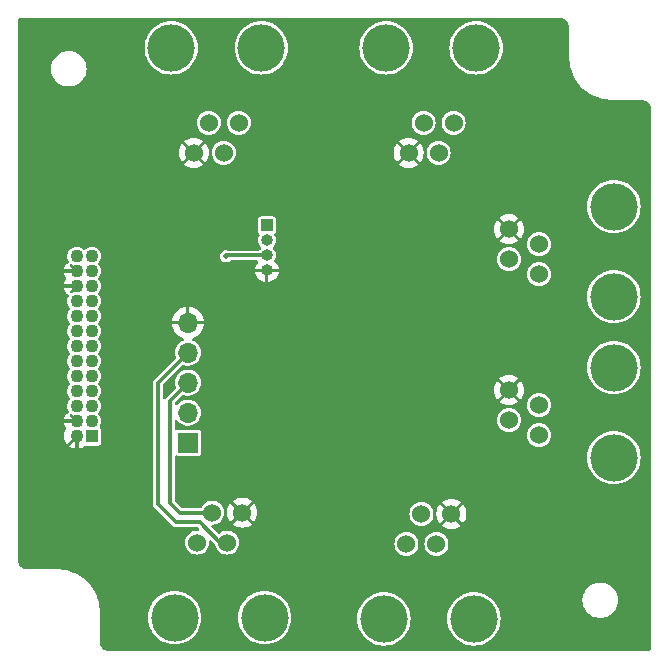
<source format=gbr>
%TF.GenerationSoftware,KiCad,Pcbnew,8.0.1-8.0.1-1~ubuntu22.04.1*%
%TF.CreationDate,2024-05-08T14:36:01-04:00*%
%TF.ProjectId,imu-splitter,696d752d-7370-46c6-9974-7465722e6b69,rev?*%
%TF.SameCoordinates,Original*%
%TF.FileFunction,Copper,L2,Bot*%
%TF.FilePolarity,Positive*%
%FSLAX46Y46*%
G04 Gerber Fmt 4.6, Leading zero omitted, Abs format (unit mm)*
G04 Created by KiCad (PCBNEW 8.0.1-8.0.1-1~ubuntu22.04.1) date 2024-05-08 14:36:01*
%MOMM*%
%LPD*%
G01*
G04 APERTURE LIST*
%TA.AperFunction,ComponentPad*%
%ADD10C,1.524000*%
%TD*%
%TA.AperFunction,ComponentPad*%
%ADD11C,4.000000*%
%TD*%
%TA.AperFunction,ComponentPad*%
%ADD12R,1.000000X1.000000*%
%TD*%
%TA.AperFunction,ComponentPad*%
%ADD13O,1.000000X1.000000*%
%TD*%
%TA.AperFunction,ComponentPad*%
%ADD14R,1.090000X1.090000*%
%TD*%
%TA.AperFunction,ComponentPad*%
%ADD15C,1.090000*%
%TD*%
%TA.AperFunction,ComponentPad*%
%ADD16R,1.700000X1.700000*%
%TD*%
%TA.AperFunction,ComponentPad*%
%ADD17O,1.700000X1.700000*%
%TD*%
%TA.AperFunction,ViaPad*%
%ADD18C,0.508000*%
%TD*%
%TA.AperFunction,ViaPad*%
%ADD19C,1.016000*%
%TD*%
%TA.AperFunction,Conductor*%
%ADD20C,0.304800*%
%TD*%
G04 APERTURE END LIST*
D10*
%TO.P,J6,1*%
%TO.N,+3.3V*%
X182720000Y-84000000D03*
%TO.P,J6,2*%
%TO.N,/TX5*%
X181450000Y-86540000D03*
%TO.P,J6,3*%
%TO.N,/RX5*%
X180180000Y-84000000D03*
%TO.P,J6,4*%
%TO.N,GND*%
X178910000Y-86540000D03*
D11*
%TO.P,J6,5*%
%TO.N,N/C*%
X184625000Y-77650000D03*
%TO.P,J6,6*%
X177000000Y-77650000D03*
%TD*%
D12*
%TO.P,J8,1,Pin_1*%
%TO.N,+3.3V*%
X185091000Y-92676000D03*
D13*
%TO.P,J8,2,Pin_2*%
%TO.N,/TX6*%
X185091000Y-93946000D03*
%TO.P,J8,3,Pin_3*%
%TO.N,/RX6*%
X185091000Y-95216000D03*
%TO.P,J8,4,Pin_4*%
%TO.N,GND*%
X185091000Y-96486000D03*
%TD*%
D14*
%TO.P,J7,1,Pin_1*%
%TO.N,+5V*%
X170262500Y-110532500D03*
D15*
%TO.P,J7,2,Pin_2*%
%TO.N,GND*%
X168992500Y-110532500D03*
%TO.P,J7,3,Pin_3*%
%TO.N,+5V*%
X170262500Y-109262500D03*
%TO.P,J7,4,Pin_4*%
%TO.N,GND*%
X168992500Y-109262500D03*
%TO.P,J7,5,Pin_5*%
%TO.N,unconnected-(J7-Pin_5-Pad5)*%
X170262500Y-107992500D03*
%TO.P,J7,6,Pin_6*%
%TO.N,/RX2*%
X168992500Y-107992500D03*
%TO.P,J7,7,Pin_7*%
%TO.N,/TX3*%
X170262500Y-106722500D03*
%TO.P,J7,8,Pin_8*%
%TO.N,/TX2*%
X168992500Y-106722500D03*
%TO.P,J7,9,Pin_9*%
%TO.N,/RX3*%
X170262500Y-105452500D03*
%TO.P,J7,10,Pin_10*%
%TO.N,/TX1*%
X168992500Y-105452500D03*
%TO.P,J7,11,Pin_11*%
%TO.N,/TX6*%
X170262500Y-104182500D03*
%TO.P,J7,12,Pin_12*%
%TO.N,/RX1*%
X168992500Y-104182500D03*
%TO.P,J7,13,Pin_13*%
%TO.N,/RX6*%
X170262500Y-102912500D03*
%TO.P,J7,14,Pin_14*%
%TO.N,/RX0*%
X168992500Y-102912500D03*
%TO.P,J7,15,Pin_15*%
%TO.N,/TX4*%
X170262500Y-101642500D03*
%TO.P,J7,16,Pin_16*%
%TO.N,/TX0*%
X168992500Y-101642500D03*
%TO.P,J7,17,Pin_17*%
%TO.N,/RX4*%
X170262500Y-100372500D03*
%TO.P,J7,18,Pin_18*%
%TO.N,/RX5*%
X168992500Y-100372500D03*
%TO.P,J7,19,Pin_19*%
%TO.N,unconnected-(J7-Pin_19-Pad19)*%
X170262500Y-99102500D03*
%TO.P,J7,20,Pin_20*%
%TO.N,/TX5*%
X168992500Y-99102500D03*
%TO.P,J7,21,Pin_21*%
%TO.N,unconnected-(J7-Pin_21-Pad21)*%
X170262500Y-97832500D03*
%TO.P,J7,22,Pin_22*%
%TO.N,GND*%
X168992500Y-97832500D03*
%TO.P,J7,23,Pin_23*%
%TO.N,unconnected-(J7-Pin_23-Pad23)*%
X170262500Y-96562500D03*
%TO.P,J7,24,Pin_24*%
%TO.N,GND*%
X168992500Y-96562500D03*
%TO.P,J7,25,Pin_25*%
%TO.N,unconnected-(J7-Pin_25-Pad25)*%
X170262500Y-95292500D03*
%TO.P,J7,26,Pin_26*%
%TO.N,unconnected-(J7-Pin_26-Pad26)*%
X168992500Y-95292500D03*
%TD*%
D10*
%TO.P,J1,1*%
%TO.N,+3.3V*%
X179190000Y-119540000D03*
%TO.P,J1,2*%
%TO.N,/TX0*%
X180460000Y-117000000D03*
%TO.P,J1,3*%
%TO.N,/RX0*%
X181730000Y-119540000D03*
%TO.P,J1,4*%
%TO.N,GND*%
X183000000Y-117000000D03*
D11*
%TO.P,J1,5*%
%TO.N,N/C*%
X177285000Y-125890000D03*
%TO.P,J1,6*%
X184910000Y-125890000D03*
%TD*%
D10*
%TO.P,J2,1*%
%TO.N,+3.3V*%
X196905000Y-119650000D03*
%TO.P,J2,2*%
%TO.N,/TX1*%
X198175000Y-117110000D03*
%TO.P,J2,3*%
%TO.N,/RX1*%
X199445000Y-119650000D03*
%TO.P,J2,4*%
%TO.N,GND*%
X200715000Y-117110000D03*
D11*
%TO.P,J2,5*%
%TO.N,N/C*%
X195000000Y-126000000D03*
%TO.P,J2,6*%
X202625000Y-126000000D03*
%TD*%
D16*
%TO.P,J9,1,Pin_1*%
%TO.N,+5V*%
X178407000Y-111075000D03*
D17*
%TO.P,J9,2,Pin_2*%
%TO.N,+3.3V*%
X178407000Y-108535000D03*
%TO.P,J9,3,Pin_3*%
%TO.N,/TX0*%
X178407000Y-105995000D03*
%TO.P,J9,4,Pin_4*%
%TO.N,/RX0*%
X178407000Y-103455000D03*
%TO.P,J9,5,Pin_5*%
%TO.N,GND*%
X178407000Y-100915000D03*
%TD*%
D10*
%TO.P,J4,1*%
%TO.N,+3.3V*%
X208125000Y-96810000D03*
%TO.P,J4,2*%
%TO.N,/TX3*%
X205585000Y-95540000D03*
%TO.P,J4,3*%
%TO.N,/RX3*%
X208125000Y-94270000D03*
%TO.P,J4,4*%
%TO.N,GND*%
X205585000Y-93000000D03*
D11*
%TO.P,J4,5*%
%TO.N,N/C*%
X214475000Y-98715000D03*
%TO.P,J4,6*%
X214475000Y-91090000D03*
%TD*%
D10*
%TO.P,J3,1*%
%TO.N,+3.3V*%
X208125000Y-110440000D03*
%TO.P,J3,2*%
%TO.N,/TX2*%
X205585000Y-109170000D03*
%TO.P,J3,3*%
%TO.N,/RX2*%
X208125000Y-107900000D03*
%TO.P,J3,4*%
%TO.N,GND*%
X205585000Y-106630000D03*
D11*
%TO.P,J3,5*%
%TO.N,N/C*%
X214475000Y-112345000D03*
%TO.P,J3,6*%
X214475000Y-104720000D03*
%TD*%
D10*
%TO.P,J5,1*%
%TO.N,+3.3V*%
X200907500Y-84000000D03*
%TO.P,J5,2*%
%TO.N,/TX4*%
X199637500Y-86540000D03*
%TO.P,J5,3*%
%TO.N,/RX4*%
X198367500Y-84000000D03*
%TO.P,J5,4*%
%TO.N,GND*%
X197097500Y-86540000D03*
D11*
%TO.P,J5,5*%
%TO.N,N/C*%
X202812500Y-77650000D03*
%TO.P,J5,6*%
X195187500Y-77650000D03*
%TD*%
D18*
%TO.N,/RX6*%
X181632800Y-95301600D03*
D19*
%TO.N,GND*%
X192250000Y-106503000D03*
X194409000Y-106630000D03*
X184757000Y-107707000D03*
%TD*%
D20*
%TO.N,/RX6*%
X181632800Y-95301600D02*
X181718400Y-95216000D01*
X181718400Y-95216000D02*
X185091000Y-95216000D01*
%TO.N,GND*%
X167265500Y-96562500D02*
X167231000Y-96597000D01*
X168992500Y-110532500D02*
X168992500Y-111871300D01*
X168992500Y-97832500D02*
X167069500Y-97832500D01*
X168992500Y-96562500D02*
X167265500Y-96562500D01*
X168992500Y-109262500D02*
X167138500Y-109262500D01*
X169034400Y-111913200D02*
X168992500Y-111871300D01*
X167138500Y-109262500D02*
X167104000Y-109297000D01*
X167069500Y-97832500D02*
X166850000Y-97613000D01*
%TO.N,/TX0*%
X176883000Y-116155000D02*
X177728000Y-117000000D01*
X176883000Y-116155000D02*
X176883000Y-107519000D01*
X177728000Y-117000000D02*
X180460000Y-117000000D01*
X176883000Y-107519000D02*
X178407000Y-105995000D01*
%TO.N,/RX0*%
X175867000Y-116282000D02*
X177391000Y-117806000D01*
X179423000Y-117806000D02*
X181157000Y-119540000D01*
X175867000Y-116282000D02*
X175867000Y-105995000D01*
X175867000Y-105995000D02*
X178407000Y-103455000D01*
X177391000Y-117806000D02*
X179423000Y-117806000D01*
X181157000Y-119540000D02*
X181730000Y-119540000D01*
%TD*%
%TA.AperFunction,Conductor*%
%TO.N,GND*%
G36*
X168572931Y-108673372D02*
G01*
X168579549Y-108677253D01*
X168587205Y-108682064D01*
X168609255Y-108699649D01*
X168835506Y-108925900D01*
X168765314Y-108966426D01*
X168696426Y-109035314D01*
X168655901Y-109105505D01*
X168423451Y-108873055D01*
X168389425Y-108810743D01*
X168394490Y-108739928D01*
X168437037Y-108683092D01*
X168503557Y-108658281D01*
X168572931Y-108673372D01*
G37*
%TD.AperFunction*%
%TA.AperFunction,Conductor*%
G36*
X168696426Y-98059686D02*
G01*
X168765314Y-98128574D01*
X168835506Y-98169099D01*
X168609256Y-98395349D01*
X168587199Y-98412939D01*
X168579584Y-98417724D01*
X168511263Y-98437031D01*
X168443349Y-98416337D01*
X168397405Y-98362210D01*
X168388018Y-98291837D01*
X168418167Y-98227560D01*
X168423451Y-98221942D01*
X168655900Y-97989492D01*
X168696426Y-98059686D01*
G37*
%TD.AperFunction*%
%TA.AperFunction,Conductor*%
G36*
X168572931Y-95973372D02*
G01*
X168579549Y-95977253D01*
X168587205Y-95982064D01*
X168609255Y-95999649D01*
X168835506Y-96225900D01*
X168765314Y-96266426D01*
X168696426Y-96335314D01*
X168655901Y-96405505D01*
X168423451Y-96173055D01*
X168389425Y-96110743D01*
X168394490Y-96039928D01*
X168437037Y-95983092D01*
X168503557Y-95958281D01*
X168572931Y-95973372D01*
G37*
%TD.AperFunction*%
%TA.AperFunction,Conductor*%
G36*
X209837676Y-75100502D02*
G01*
X209849676Y-75100501D01*
X209849678Y-75100502D01*
X209883372Y-75100500D01*
X209895712Y-75101105D01*
X210033180Y-75114639D01*
X210057408Y-75119458D01*
X210183630Y-75157744D01*
X210206451Y-75167196D01*
X210322783Y-75229376D01*
X210343320Y-75243099D01*
X210445281Y-75326779D01*
X210462748Y-75344247D01*
X210546423Y-75446212D01*
X210560141Y-75466744D01*
X210622319Y-75583086D01*
X210631769Y-75605905D01*
X210670050Y-75732133D01*
X210674867Y-75756361D01*
X210688443Y-75894323D01*
X210689049Y-75906673D01*
X210689045Y-75953051D01*
X210689050Y-75953098D01*
X210689050Y-78471888D01*
X210689089Y-78472288D01*
X210689087Y-78598090D01*
X210689087Y-78598108D01*
X210724044Y-78953089D01*
X210724049Y-78953123D01*
X210793631Y-79302962D01*
X210793635Y-79302979D01*
X210897181Y-79644343D01*
X210897183Y-79644348D01*
X211006941Y-79909337D01*
X211033691Y-79973918D01*
X211201847Y-80288525D01*
X211352863Y-80514540D01*
X211400030Y-80585132D01*
X211400036Y-80585140D01*
X211626331Y-80860887D01*
X211626335Y-80860891D01*
X211878578Y-81113136D01*
X212154331Y-81339443D01*
X212154335Y-81339445D01*
X212154339Y-81339449D01*
X212381666Y-81491344D01*
X212450939Y-81537631D01*
X212765544Y-81705791D01*
X213095118Y-81842304D01*
X213436485Y-81945856D01*
X213786358Y-82015448D01*
X214141368Y-82050411D01*
X214319732Y-82050409D01*
X214359614Y-82050409D01*
X216786782Y-82050409D01*
X216786860Y-82050416D01*
X216799602Y-82050414D01*
X216799605Y-82050415D01*
X216833309Y-82050409D01*
X216845627Y-82051012D01*
X216983116Y-82064537D01*
X217007345Y-82069354D01*
X217133580Y-82107633D01*
X217156402Y-82117085D01*
X217272741Y-82179261D01*
X217293281Y-82192984D01*
X217395252Y-82276663D01*
X217412717Y-82294127D01*
X217496403Y-82396099D01*
X217510125Y-82416636D01*
X217572303Y-82532973D01*
X217581756Y-82555796D01*
X217620041Y-82682032D01*
X217624858Y-82706262D01*
X217638352Y-82843396D01*
X217638958Y-82855746D01*
X217638954Y-82902958D01*
X217638959Y-82903005D01*
X217638959Y-128429512D01*
X217637406Y-128449235D01*
X217627414Y-128512282D01*
X217615231Y-128549768D01*
X217590802Y-128597706D01*
X217567633Y-128629592D01*
X217529592Y-128667633D01*
X217497706Y-128690802D01*
X217449768Y-128715231D01*
X217412282Y-128727414D01*
X217373416Y-128733573D01*
X217349233Y-128737406D01*
X217329512Y-128738959D01*
X171756093Y-128738959D01*
X171743744Y-128738352D01*
X171709742Y-128735003D01*
X171606284Y-128724814D01*
X171582058Y-128719995D01*
X171455837Y-128681706D01*
X171433016Y-128672254D01*
X171316680Y-128610070D01*
X171296143Y-128596347D01*
X171194183Y-128512669D01*
X171176716Y-128495202D01*
X171138993Y-128449235D01*
X171093032Y-128393228D01*
X171079311Y-128372691D01*
X171017136Y-128256362D01*
X171007686Y-128233549D01*
X170976282Y-128130008D01*
X170969399Y-128107314D01*
X170964581Y-128083089D01*
X170959741Y-128033932D01*
X170951014Y-127945288D01*
X170950409Y-127932952D01*
X170950411Y-127899585D01*
X170950410Y-127899583D01*
X170950411Y-127887583D01*
X170950409Y-127887551D01*
X170950409Y-125890003D01*
X175025663Y-125890003D01*
X175044991Y-126184898D01*
X175044993Y-126184913D01*
X175102648Y-126474757D01*
X175102650Y-126474767D01*
X175197642Y-126754603D01*
X175197648Y-126754617D01*
X175328355Y-127019666D01*
X175492546Y-127265396D01*
X175492549Y-127265400D01*
X175687406Y-127487593D01*
X175909599Y-127682450D01*
X175909603Y-127682453D01*
X176155331Y-127846643D01*
X176420389Y-127977355D01*
X176700241Y-128072352D01*
X176950789Y-128122189D01*
X176990086Y-128130006D01*
X176990088Y-128130006D01*
X176990097Y-128130008D01*
X177158613Y-128141053D01*
X177284997Y-128149337D01*
X177285000Y-128149337D01*
X177285003Y-128149337D01*
X177395588Y-128142088D01*
X177579903Y-128130008D01*
X177869759Y-128072352D01*
X178149611Y-127977355D01*
X178414669Y-127846643D01*
X178660397Y-127682453D01*
X178882593Y-127487593D01*
X179077453Y-127265397D01*
X179241643Y-127019669D01*
X179372355Y-126754611D01*
X179467352Y-126474759D01*
X179525008Y-126184903D01*
X179544337Y-125890003D01*
X182650663Y-125890003D01*
X182669991Y-126184898D01*
X182669993Y-126184913D01*
X182727648Y-126474757D01*
X182727650Y-126474767D01*
X182822642Y-126754603D01*
X182822648Y-126754617D01*
X182953355Y-127019666D01*
X183117546Y-127265396D01*
X183117549Y-127265400D01*
X183312406Y-127487593D01*
X183534599Y-127682450D01*
X183534603Y-127682453D01*
X183780331Y-127846643D01*
X184045389Y-127977355D01*
X184325241Y-128072352D01*
X184575789Y-128122189D01*
X184615086Y-128130006D01*
X184615088Y-128130006D01*
X184615097Y-128130008D01*
X184783613Y-128141053D01*
X184909997Y-128149337D01*
X184910000Y-128149337D01*
X184910003Y-128149337D01*
X185020588Y-128142088D01*
X185204903Y-128130008D01*
X185494759Y-128072352D01*
X185774611Y-127977355D01*
X186039669Y-127846643D01*
X186285397Y-127682453D01*
X186507593Y-127487593D01*
X186702453Y-127265397D01*
X186866643Y-127019669D01*
X186997355Y-126754611D01*
X187092352Y-126474759D01*
X187150008Y-126184903D01*
X187162127Y-126000003D01*
X192740663Y-126000003D01*
X192759991Y-126294898D01*
X192759993Y-126294913D01*
X192817648Y-126584757D01*
X192817650Y-126584767D01*
X192912642Y-126864603D01*
X192912648Y-126864617D01*
X193043355Y-127129666D01*
X193207546Y-127375396D01*
X193207549Y-127375400D01*
X193402406Y-127597593D01*
X193624599Y-127792450D01*
X193624603Y-127792453D01*
X193870331Y-127956643D01*
X194135389Y-128087355D01*
X194415241Y-128182352D01*
X194665789Y-128232189D01*
X194705086Y-128240006D01*
X194705088Y-128240006D01*
X194705097Y-128240008D01*
X194873613Y-128251053D01*
X194999997Y-128259337D01*
X195000000Y-128259337D01*
X195000003Y-128259337D01*
X195110588Y-128252088D01*
X195294903Y-128240008D01*
X195584759Y-128182352D01*
X195864611Y-128087355D01*
X196129669Y-127956643D01*
X196375397Y-127792453D01*
X196597593Y-127597593D01*
X196792453Y-127375397D01*
X196956643Y-127129669D01*
X197087355Y-126864611D01*
X197182352Y-126584759D01*
X197240008Y-126294903D01*
X197259337Y-126000003D01*
X200365663Y-126000003D01*
X200384991Y-126294898D01*
X200384993Y-126294913D01*
X200442648Y-126584757D01*
X200442650Y-126584767D01*
X200537642Y-126864603D01*
X200537648Y-126864617D01*
X200668355Y-127129666D01*
X200832546Y-127375396D01*
X200832549Y-127375400D01*
X201027406Y-127597593D01*
X201249599Y-127792450D01*
X201249603Y-127792453D01*
X201495331Y-127956643D01*
X201760389Y-128087355D01*
X202040241Y-128182352D01*
X202290789Y-128232189D01*
X202330086Y-128240006D01*
X202330088Y-128240006D01*
X202330097Y-128240008D01*
X202498613Y-128251053D01*
X202624997Y-128259337D01*
X202625000Y-128259337D01*
X202625003Y-128259337D01*
X202735588Y-128252088D01*
X202919903Y-128240008D01*
X203209759Y-128182352D01*
X203489611Y-128087355D01*
X203754669Y-127956643D01*
X204000397Y-127792453D01*
X204222593Y-127597593D01*
X204417453Y-127375397D01*
X204581643Y-127129669D01*
X204712355Y-126864611D01*
X204807352Y-126584759D01*
X204865008Y-126294903D01*
X204884337Y-126000000D01*
X204865008Y-125705097D01*
X204860056Y-125680204D01*
X204843128Y-125595101D01*
X204807352Y-125415241D01*
X204712355Y-125135389D01*
X204581643Y-124870332D01*
X204417453Y-124624603D01*
X204417450Y-124624599D01*
X204237786Y-124419730D01*
X211814087Y-124419730D01*
X211831063Y-124624603D01*
X211834623Y-124667558D01*
X211895665Y-124908607D01*
X211895668Y-124908614D01*
X211995556Y-125136336D01*
X212131565Y-125344515D01*
X212299979Y-125527462D01*
X212299984Y-125527466D01*
X212299986Y-125527468D01*
X212386862Y-125595086D01*
X212496220Y-125680203D01*
X212496221Y-125680204D01*
X212714920Y-125798558D01*
X212714922Y-125798559D01*
X212838407Y-125840951D01*
X212950116Y-125879301D01*
X213195395Y-125920230D01*
X213195399Y-125920230D01*
X213444061Y-125920230D01*
X213444065Y-125920230D01*
X213689344Y-125879301D01*
X213924540Y-125798558D01*
X214143239Y-125680204D01*
X214339474Y-125527468D01*
X214385697Y-125477257D01*
X214507894Y-125344515D01*
X214538839Y-125297150D01*
X214643903Y-125136337D01*
X214743793Y-124908611D01*
X214804838Y-124667551D01*
X214825373Y-124419730D01*
X214804838Y-124171909D01*
X214743793Y-123930849D01*
X214643903Y-123703123D01*
X214538839Y-123542310D01*
X214507894Y-123494944D01*
X214339480Y-123311997D01*
X214265397Y-123254336D01*
X214143239Y-123159256D01*
X214143238Y-123159255D01*
X213924539Y-123040901D01*
X213924537Y-123040900D01*
X213689348Y-122960160D01*
X213689339Y-122960158D01*
X213640566Y-122952019D01*
X213444065Y-122919230D01*
X213195395Y-122919230D01*
X213031683Y-122946548D01*
X212950120Y-122960158D01*
X212950111Y-122960160D01*
X212714922Y-123040900D01*
X212714920Y-123040901D01*
X212496221Y-123159255D01*
X212496220Y-123159256D01*
X212299979Y-123311997D01*
X212131565Y-123494944D01*
X211995556Y-123703123D01*
X211895668Y-123930845D01*
X211895665Y-123930852D01*
X211834623Y-124171901D01*
X211834622Y-124171907D01*
X211834622Y-124171909D01*
X211814087Y-124419730D01*
X204237786Y-124419730D01*
X204222593Y-124402406D01*
X204000400Y-124207549D01*
X204000396Y-124207546D01*
X203754666Y-124043355D01*
X203489617Y-123912648D01*
X203489611Y-123912645D01*
X203489606Y-123912643D01*
X203489603Y-123912642D01*
X203209767Y-123817650D01*
X203209761Y-123817648D01*
X203209759Y-123817648D01*
X203126619Y-123801110D01*
X202919913Y-123759993D01*
X202919898Y-123759991D01*
X202625003Y-123740663D01*
X202624997Y-123740663D01*
X202330101Y-123759991D01*
X202330086Y-123759993D01*
X202081810Y-123809379D01*
X202040241Y-123817648D01*
X202040239Y-123817648D01*
X202040232Y-123817650D01*
X201760396Y-123912642D01*
X201760382Y-123912648D01*
X201495334Y-124043355D01*
X201249603Y-124207546D01*
X201249599Y-124207549D01*
X201027406Y-124402406D01*
X200832549Y-124624599D01*
X200832546Y-124624603D01*
X200668355Y-124870334D01*
X200537648Y-125135382D01*
X200537642Y-125135396D01*
X200442650Y-125415232D01*
X200442648Y-125415242D01*
X200384993Y-125705086D01*
X200384991Y-125705101D01*
X200365663Y-125999996D01*
X200365663Y-126000003D01*
X197259337Y-126000003D01*
X197259337Y-126000000D01*
X197240008Y-125705097D01*
X197235056Y-125680204D01*
X197218128Y-125595101D01*
X197182352Y-125415241D01*
X197087355Y-125135389D01*
X196956643Y-124870332D01*
X196792453Y-124624603D01*
X196792450Y-124624599D01*
X196597593Y-124402406D01*
X196375400Y-124207549D01*
X196375396Y-124207546D01*
X196129666Y-124043355D01*
X195864617Y-123912648D01*
X195864611Y-123912645D01*
X195864606Y-123912643D01*
X195864603Y-123912642D01*
X195584767Y-123817650D01*
X195584761Y-123817648D01*
X195584759Y-123817648D01*
X195501619Y-123801110D01*
X195294913Y-123759993D01*
X195294898Y-123759991D01*
X195000003Y-123740663D01*
X194999997Y-123740663D01*
X194705101Y-123759991D01*
X194705086Y-123759993D01*
X194456810Y-123809379D01*
X194415241Y-123817648D01*
X194415239Y-123817648D01*
X194415232Y-123817650D01*
X194135396Y-123912642D01*
X194135382Y-123912648D01*
X193870334Y-124043355D01*
X193624603Y-124207546D01*
X193624599Y-124207549D01*
X193402406Y-124402406D01*
X193207549Y-124624599D01*
X193207546Y-124624603D01*
X193043355Y-124870334D01*
X192912648Y-125135382D01*
X192912642Y-125135396D01*
X192817650Y-125415232D01*
X192817648Y-125415242D01*
X192759993Y-125705086D01*
X192759991Y-125705101D01*
X192740663Y-125999996D01*
X192740663Y-126000003D01*
X187162127Y-126000003D01*
X187169337Y-125890000D01*
X187150008Y-125595097D01*
X187092352Y-125305241D01*
X187089605Y-125297150D01*
X187034695Y-125135389D01*
X186997355Y-125025389D01*
X186866643Y-124760332D01*
X186702453Y-124514603D01*
X186702450Y-124514599D01*
X186507593Y-124292406D01*
X186285400Y-124097549D01*
X186285396Y-124097546D01*
X186039666Y-123933355D01*
X185794025Y-123812219D01*
X185774611Y-123802645D01*
X185774606Y-123802643D01*
X185774603Y-123802642D01*
X185494767Y-123707650D01*
X185494761Y-123707648D01*
X185494759Y-123707648D01*
X185411619Y-123691110D01*
X185204913Y-123649993D01*
X185204898Y-123649991D01*
X184910003Y-123630663D01*
X184909997Y-123630663D01*
X184615101Y-123649991D01*
X184615086Y-123649993D01*
X184366810Y-123699379D01*
X184325241Y-123707648D01*
X184325239Y-123707648D01*
X184325232Y-123707650D01*
X184045396Y-123802642D01*
X184045382Y-123802648D01*
X183780334Y-123933355D01*
X183534603Y-124097546D01*
X183534599Y-124097549D01*
X183312406Y-124292406D01*
X183117549Y-124514599D01*
X183117546Y-124514603D01*
X182953355Y-124760334D01*
X182822648Y-125025382D01*
X182822642Y-125025396D01*
X182727650Y-125305232D01*
X182727648Y-125305242D01*
X182669993Y-125595086D01*
X182669991Y-125595101D01*
X182650663Y-125889996D01*
X182650663Y-125890003D01*
X179544337Y-125890003D01*
X179544337Y-125890000D01*
X179525008Y-125595097D01*
X179467352Y-125305241D01*
X179464605Y-125297150D01*
X179409695Y-125135389D01*
X179372355Y-125025389D01*
X179241643Y-124760332D01*
X179077453Y-124514603D01*
X179077450Y-124514599D01*
X178882593Y-124292406D01*
X178660400Y-124097549D01*
X178660396Y-124097546D01*
X178414666Y-123933355D01*
X178169025Y-123812219D01*
X178149611Y-123802645D01*
X178149606Y-123802643D01*
X178149603Y-123802642D01*
X177869767Y-123707650D01*
X177869761Y-123707648D01*
X177869759Y-123707648D01*
X177786619Y-123691110D01*
X177579913Y-123649993D01*
X177579898Y-123649991D01*
X177285003Y-123630663D01*
X177284997Y-123630663D01*
X176990101Y-123649991D01*
X176990086Y-123649993D01*
X176741810Y-123699379D01*
X176700241Y-123707648D01*
X176700239Y-123707648D01*
X176700232Y-123707650D01*
X176420396Y-123802642D01*
X176420382Y-123802648D01*
X176155334Y-123933355D01*
X175909603Y-124097546D01*
X175909599Y-124097549D01*
X175687406Y-124292406D01*
X175492549Y-124514599D01*
X175492546Y-124514603D01*
X175328355Y-124760334D01*
X175197648Y-125025382D01*
X175197642Y-125025396D01*
X175102650Y-125305232D01*
X175102648Y-125305242D01*
X175044993Y-125595086D01*
X175044991Y-125595101D01*
X175025663Y-125889996D01*
X175025663Y-125890003D01*
X170950409Y-125890003D01*
X170950409Y-125472010D01*
X170950450Y-125471866D01*
X170950449Y-125419726D01*
X170950450Y-125419726D01*
X170950447Y-125241362D01*
X170915475Y-124886352D01*
X170845875Y-124536480D01*
X170742317Y-124195114D01*
X170679455Y-124043357D01*
X170605802Y-123865547D01*
X170605797Y-123865537D01*
X170517167Y-123699728D01*
X170437635Y-123550938D01*
X170360499Y-123435498D01*
X170239448Y-123254336D01*
X170239444Y-123254331D01*
X170013136Y-122978578D01*
X169760890Y-122726335D01*
X169753156Y-122719988D01*
X169485152Y-122500043D01*
X169485142Y-122500036D01*
X169485135Y-122500030D01*
X169257797Y-122348128D01*
X169188528Y-122301844D01*
X168873920Y-122133683D01*
X168797669Y-122102099D01*
X168544346Y-121997169D01*
X168544341Y-121997167D01*
X168544340Y-121997167D01*
X168202994Y-121893619D01*
X168202985Y-121893616D01*
X168202979Y-121893615D01*
X167853106Y-121824019D01*
X167853102Y-121824018D01*
X167853099Y-121824018D01*
X167498100Y-121789051D01*
X167498087Y-121789050D01*
X167359612Y-121789050D01*
X164806187Y-121789050D01*
X164793837Y-121788443D01*
X164656372Y-121774904D01*
X164632147Y-121770086D01*
X164505908Y-121731793D01*
X164483089Y-121722341D01*
X164366752Y-121660160D01*
X164346215Y-121646438D01*
X164244240Y-121562753D01*
X164226774Y-121545288D01*
X164143082Y-121443315D01*
X164129364Y-121422787D01*
X164067171Y-121306441D01*
X164057722Y-121283629D01*
X164019423Y-121157395D01*
X164014603Y-121133170D01*
X164001107Y-120996207D01*
X164000500Y-120983851D01*
X164000500Y-116335573D01*
X175460100Y-116335573D01*
X175487829Y-116439057D01*
X175487830Y-116439060D01*
X175541396Y-116531839D01*
X175541398Y-116531841D01*
X175541399Y-116531843D01*
X177065399Y-118055842D01*
X177141158Y-118131601D01*
X177141159Y-118131602D01*
X177141161Y-118131603D01*
X177233940Y-118185169D01*
X177233943Y-118185170D01*
X177281697Y-118197966D01*
X177337431Y-118212900D01*
X179202266Y-118212900D01*
X179270387Y-118232902D01*
X179291361Y-118249805D01*
X179351571Y-118310015D01*
X179385597Y-118372327D01*
X179380532Y-118443142D01*
X179337985Y-118499978D01*
X179271465Y-118524789D01*
X179250127Y-118524503D01*
X179190005Y-118518582D01*
X179189997Y-118518582D01*
X178990738Y-118538206D01*
X178990736Y-118538206D01*
X178799122Y-118596332D01*
X178799116Y-118596334D01*
X178622533Y-118690720D01*
X178467748Y-118817748D01*
X178340720Y-118972533D01*
X178246334Y-119149116D01*
X178246332Y-119149122D01*
X178188206Y-119340736D01*
X178188206Y-119340738D01*
X178168582Y-119539996D01*
X178168582Y-119540003D01*
X178188206Y-119739261D01*
X178188206Y-119739263D01*
X178246332Y-119930877D01*
X178246334Y-119930883D01*
X178340720Y-120107466D01*
X178340722Y-120107469D01*
X178467748Y-120262252D01*
X178622531Y-120389278D01*
X178799120Y-120483667D01*
X178990731Y-120541792D01*
X178990735Y-120541792D01*
X178990737Y-120541793D01*
X179189997Y-120561418D01*
X179190000Y-120561418D01*
X179190003Y-120561418D01*
X179389261Y-120541793D01*
X179389263Y-120541793D01*
X179389264Y-120541792D01*
X179389269Y-120541792D01*
X179580880Y-120483667D01*
X179757469Y-120389278D01*
X179912252Y-120262252D01*
X180039278Y-120107469D01*
X180133667Y-119930880D01*
X180191792Y-119739269D01*
X180194543Y-119711336D01*
X180211418Y-119540003D01*
X180211418Y-119539998D01*
X180205496Y-119479874D01*
X180218724Y-119410120D01*
X180267564Y-119358592D01*
X180336509Y-119341648D01*
X180403670Y-119364669D01*
X180419984Y-119378428D01*
X180690580Y-119649024D01*
X180724606Y-119711336D01*
X180726877Y-119725762D01*
X180728208Y-119739269D01*
X180778826Y-119906135D01*
X180786332Y-119930877D01*
X180786334Y-119930883D01*
X180880720Y-120107466D01*
X180880722Y-120107469D01*
X181007748Y-120262252D01*
X181162531Y-120389278D01*
X181339120Y-120483667D01*
X181530731Y-120541792D01*
X181530735Y-120541792D01*
X181530737Y-120541793D01*
X181729997Y-120561418D01*
X181730000Y-120561418D01*
X181730003Y-120561418D01*
X181929261Y-120541793D01*
X181929263Y-120541793D01*
X181929264Y-120541792D01*
X181929269Y-120541792D01*
X182120880Y-120483667D01*
X182297469Y-120389278D01*
X182452252Y-120262252D01*
X182579278Y-120107469D01*
X182673667Y-119930880D01*
X182731792Y-119739269D01*
X182734543Y-119711336D01*
X182740584Y-119650003D01*
X195883582Y-119650003D01*
X195903206Y-119849261D01*
X195903206Y-119849263D01*
X195961332Y-120040877D01*
X195961334Y-120040883D01*
X196055720Y-120217466D01*
X196055722Y-120217469D01*
X196182748Y-120372252D01*
X196337531Y-120499278D01*
X196337533Y-120499279D01*
X196453786Y-120561418D01*
X196514120Y-120593667D01*
X196705731Y-120651792D01*
X196705735Y-120651792D01*
X196705737Y-120651793D01*
X196904997Y-120671418D01*
X196905000Y-120671418D01*
X196905003Y-120671418D01*
X197104261Y-120651793D01*
X197104263Y-120651793D01*
X197104264Y-120651792D01*
X197104269Y-120651792D01*
X197295880Y-120593667D01*
X197472469Y-120499278D01*
X197627252Y-120372252D01*
X197754278Y-120217469D01*
X197848667Y-120040880D01*
X197906792Y-119849269D01*
X197917626Y-119739267D01*
X197926418Y-119650003D01*
X198423582Y-119650003D01*
X198443206Y-119849261D01*
X198443206Y-119849263D01*
X198501332Y-120040877D01*
X198501334Y-120040883D01*
X198595720Y-120217466D01*
X198595722Y-120217469D01*
X198722748Y-120372252D01*
X198877531Y-120499278D01*
X198877533Y-120499279D01*
X198993786Y-120561418D01*
X199054120Y-120593667D01*
X199245731Y-120651792D01*
X199245735Y-120651792D01*
X199245737Y-120651793D01*
X199444997Y-120671418D01*
X199445000Y-120671418D01*
X199445003Y-120671418D01*
X199644261Y-120651793D01*
X199644263Y-120651793D01*
X199644264Y-120651792D01*
X199644269Y-120651792D01*
X199835880Y-120593667D01*
X200012469Y-120499278D01*
X200167252Y-120372252D01*
X200294278Y-120217469D01*
X200388667Y-120040880D01*
X200446792Y-119849269D01*
X200457626Y-119739267D01*
X200466418Y-119650003D01*
X200466418Y-119649996D01*
X200446793Y-119450738D01*
X200446793Y-119450736D01*
X200446792Y-119450733D01*
X200446792Y-119450731D01*
X200388667Y-119259120D01*
X200294278Y-119082531D01*
X200167252Y-118927748D01*
X200012469Y-118800722D01*
X200012467Y-118800721D01*
X200012466Y-118800720D01*
X199835883Y-118706334D01*
X199835877Y-118706332D01*
X199644262Y-118648206D01*
X199445003Y-118628582D01*
X199444997Y-118628582D01*
X199245738Y-118648206D01*
X199245736Y-118648206D01*
X199054122Y-118706332D01*
X199054116Y-118706334D01*
X198877533Y-118800720D01*
X198722748Y-118927748D01*
X198595720Y-119082533D01*
X198501334Y-119259116D01*
X198501332Y-119259122D01*
X198443206Y-119450736D01*
X198443206Y-119450738D01*
X198423582Y-119649996D01*
X198423582Y-119650003D01*
X197926418Y-119650003D01*
X197926418Y-119649996D01*
X197906793Y-119450738D01*
X197906793Y-119450736D01*
X197906792Y-119450733D01*
X197906792Y-119450731D01*
X197848667Y-119259120D01*
X197754278Y-119082531D01*
X197627252Y-118927748D01*
X197472469Y-118800722D01*
X197472467Y-118800721D01*
X197472466Y-118800720D01*
X197295883Y-118706334D01*
X197295877Y-118706332D01*
X197104262Y-118648206D01*
X196905003Y-118628582D01*
X196904997Y-118628582D01*
X196705738Y-118648206D01*
X196705736Y-118648206D01*
X196514122Y-118706332D01*
X196514116Y-118706334D01*
X196337533Y-118800720D01*
X196182748Y-118927748D01*
X196055720Y-119082533D01*
X195961334Y-119259116D01*
X195961332Y-119259122D01*
X195903206Y-119450736D01*
X195903206Y-119450738D01*
X195883582Y-119649996D01*
X195883582Y-119650003D01*
X182740584Y-119650003D01*
X182751418Y-119540003D01*
X182751418Y-119539996D01*
X182731793Y-119340738D01*
X182731793Y-119340736D01*
X182731792Y-119340733D01*
X182731792Y-119340731D01*
X182673667Y-119149120D01*
X182579278Y-118972531D01*
X182452252Y-118817748D01*
X182297469Y-118690722D01*
X182297467Y-118690721D01*
X182297466Y-118690720D01*
X182120883Y-118596334D01*
X182120877Y-118596332D01*
X181929262Y-118538206D01*
X181730003Y-118518582D01*
X181729997Y-118518582D01*
X181530738Y-118538206D01*
X181530736Y-118538206D01*
X181339122Y-118596332D01*
X181339116Y-118596334D01*
X181162531Y-118690721D01*
X181162524Y-118690726D01*
X181097364Y-118744200D01*
X181032017Y-118771952D01*
X180962039Y-118759969D01*
X180928338Y-118735894D01*
X180424307Y-118231863D01*
X180390281Y-118169551D01*
X180395346Y-118098736D01*
X180437893Y-118041900D01*
X180501052Y-118017375D01*
X180659261Y-118001793D01*
X180659263Y-118001793D01*
X180659264Y-118001792D01*
X180659269Y-118001792D01*
X180850880Y-117943667D01*
X181027469Y-117849278D01*
X181182252Y-117722252D01*
X181309278Y-117567469D01*
X181403667Y-117390880D01*
X181461792Y-117199269D01*
X181477677Y-117037977D01*
X181492978Y-117000085D01*
X181713165Y-117000085D01*
X181726863Y-117026849D01*
X181728590Y-117039346D01*
X181744515Y-117221365D01*
X181744516Y-117221371D01*
X181802031Y-117436023D01*
X181802033Y-117436027D01*
X181895946Y-117637424D01*
X181895947Y-117637426D01*
X182014151Y-117806240D01*
X182014153Y-117806240D01*
X182655347Y-117165045D01*
X182695124Y-117233940D01*
X182766060Y-117304876D01*
X182834952Y-117344651D01*
X182193758Y-117985845D01*
X182362575Y-118104053D01*
X182362574Y-118104053D01*
X182563972Y-118197966D01*
X182563976Y-118197968D01*
X182778625Y-118255482D01*
X183000000Y-118274850D01*
X183221374Y-118255482D01*
X183436023Y-118197968D01*
X183436027Y-118197966D01*
X183637425Y-118104053D01*
X183806240Y-117985846D01*
X183806240Y-117985844D01*
X183165047Y-117344651D01*
X183233940Y-117304876D01*
X183304876Y-117233940D01*
X183344651Y-117165047D01*
X183985844Y-117806240D01*
X183985846Y-117806240D01*
X184104053Y-117637425D01*
X184197966Y-117436027D01*
X184197968Y-117436023D01*
X184255482Y-117221374D01*
X184265226Y-117110003D01*
X197153582Y-117110003D01*
X197173206Y-117309261D01*
X197173206Y-117309263D01*
X197231332Y-117500877D01*
X197231334Y-117500883D01*
X197325720Y-117677466D01*
X197325722Y-117677469D01*
X197452748Y-117832252D01*
X197607531Y-117959278D01*
X197607533Y-117959279D01*
X197762105Y-118041900D01*
X197784120Y-118053667D01*
X197975731Y-118111792D01*
X197975735Y-118111792D01*
X197975737Y-118111793D01*
X198174997Y-118131418D01*
X198175000Y-118131418D01*
X198175003Y-118131418D01*
X198374261Y-118111793D01*
X198374263Y-118111793D01*
X198374264Y-118111792D01*
X198374269Y-118111792D01*
X198565880Y-118053667D01*
X198742469Y-117959278D01*
X198897252Y-117832252D01*
X199024278Y-117677469D01*
X199118667Y-117500880D01*
X199176792Y-117309269D01*
X199192677Y-117147977D01*
X199207978Y-117110085D01*
X199428165Y-117110085D01*
X199441863Y-117136849D01*
X199443590Y-117149346D01*
X199459515Y-117331365D01*
X199459516Y-117331371D01*
X199517031Y-117546023D01*
X199517033Y-117546027D01*
X199610946Y-117747424D01*
X199610947Y-117747426D01*
X199729151Y-117916240D01*
X199729153Y-117916240D01*
X200370347Y-117275045D01*
X200410124Y-117343940D01*
X200481060Y-117414876D01*
X200549952Y-117454651D01*
X199908758Y-118095845D01*
X200077575Y-118214053D01*
X200077574Y-118214053D01*
X200278972Y-118307966D01*
X200278976Y-118307968D01*
X200493625Y-118365482D01*
X200715000Y-118384850D01*
X200936374Y-118365482D01*
X201151023Y-118307968D01*
X201151027Y-118307966D01*
X201352425Y-118214053D01*
X201521240Y-118095846D01*
X201521240Y-118095844D01*
X200880047Y-117454651D01*
X200948940Y-117414876D01*
X201019876Y-117343940D01*
X201059651Y-117275047D01*
X201700844Y-117916240D01*
X201700846Y-117916240D01*
X201819053Y-117747425D01*
X201912966Y-117546027D01*
X201912968Y-117546023D01*
X201970482Y-117331374D01*
X201989850Y-117110000D01*
X201970482Y-116888625D01*
X201912968Y-116673976D01*
X201912966Y-116673972D01*
X201819052Y-116472574D01*
X201700846Y-116303758D01*
X201700845Y-116303758D01*
X201059651Y-116944952D01*
X201019876Y-116876060D01*
X200948940Y-116805124D01*
X200880045Y-116765347D01*
X201521240Y-116124153D01*
X201521240Y-116124151D01*
X201352426Y-116005947D01*
X201352424Y-116005946D01*
X201151027Y-115912033D01*
X201151023Y-115912031D01*
X200936374Y-115854517D01*
X200715000Y-115835149D01*
X200493625Y-115854517D01*
X200278976Y-115912031D01*
X200278972Y-115912033D01*
X200077571Y-116005948D01*
X199908758Y-116124151D01*
X199908758Y-116124152D01*
X200549953Y-116765348D01*
X200481060Y-116805124D01*
X200410124Y-116876060D01*
X200370348Y-116944953D01*
X199729152Y-116303758D01*
X199729151Y-116303758D01*
X199610948Y-116472571D01*
X199517033Y-116673972D01*
X199517031Y-116673976D01*
X199459516Y-116888628D01*
X199459515Y-116888634D01*
X199443590Y-117070653D01*
X199428165Y-117110085D01*
X199207978Y-117110085D01*
X199207983Y-117110072D01*
X199194540Y-117084497D01*
X199192677Y-117072020D01*
X199192542Y-117070653D01*
X199176793Y-116910738D01*
X199176793Y-116910736D01*
X199176792Y-116910733D01*
X199176792Y-116910731D01*
X199118667Y-116719120D01*
X199024278Y-116542531D01*
X198897252Y-116387748D01*
X198742469Y-116260722D01*
X198742467Y-116260721D01*
X198742466Y-116260720D01*
X198565883Y-116166334D01*
X198565877Y-116166332D01*
X198426829Y-116124152D01*
X198374269Y-116108208D01*
X198374268Y-116108207D01*
X198374262Y-116108206D01*
X198175003Y-116088582D01*
X198174997Y-116088582D01*
X197975738Y-116108206D01*
X197975736Y-116108206D01*
X197784122Y-116166332D01*
X197784116Y-116166334D01*
X197607533Y-116260720D01*
X197452748Y-116387748D01*
X197325720Y-116542533D01*
X197231334Y-116719116D01*
X197231332Y-116719122D01*
X197173206Y-116910736D01*
X197173206Y-116910738D01*
X197153582Y-117109996D01*
X197153582Y-117110003D01*
X184265226Y-117110003D01*
X184274850Y-117000000D01*
X184255482Y-116778625D01*
X184197968Y-116563976D01*
X184197966Y-116563972D01*
X184104052Y-116362574D01*
X183985846Y-116193758D01*
X183985845Y-116193758D01*
X183344651Y-116834952D01*
X183304876Y-116766060D01*
X183233940Y-116695124D01*
X183165045Y-116655347D01*
X183806240Y-116014153D01*
X183806240Y-116014151D01*
X183637426Y-115895947D01*
X183637424Y-115895946D01*
X183436027Y-115802033D01*
X183436023Y-115802031D01*
X183221374Y-115744517D01*
X183000000Y-115725149D01*
X182778625Y-115744517D01*
X182563976Y-115802031D01*
X182563972Y-115802033D01*
X182362571Y-115895948D01*
X182193758Y-116014151D01*
X182193758Y-116014152D01*
X182834953Y-116655348D01*
X182766060Y-116695124D01*
X182695124Y-116766060D01*
X182655348Y-116834953D01*
X182014152Y-116193758D01*
X182014151Y-116193758D01*
X181895948Y-116362571D01*
X181802033Y-116563972D01*
X181802031Y-116563976D01*
X181744516Y-116778628D01*
X181744515Y-116778634D01*
X181728590Y-116960653D01*
X181713165Y-117000085D01*
X181492978Y-117000085D01*
X181492983Y-117000072D01*
X181479540Y-116974497D01*
X181477677Y-116962020D01*
X181477542Y-116960653D01*
X181461793Y-116800739D01*
X181461793Y-116800736D01*
X181461792Y-116800733D01*
X181461792Y-116800731D01*
X181403667Y-116609120D01*
X181386575Y-116577144D01*
X181309279Y-116432533D01*
X181309278Y-116432531D01*
X181182252Y-116277748D01*
X181027469Y-116150722D01*
X181027467Y-116150721D01*
X181027466Y-116150720D01*
X180850883Y-116056334D01*
X180850877Y-116056332D01*
X180711829Y-116014152D01*
X180659269Y-115998208D01*
X180659268Y-115998207D01*
X180659262Y-115998206D01*
X180460003Y-115978582D01*
X180459997Y-115978582D01*
X180260738Y-115998206D01*
X180260736Y-115998206D01*
X180069122Y-116056332D01*
X180069116Y-116056334D01*
X179892533Y-116150720D01*
X179737748Y-116277748D01*
X179610720Y-116432533D01*
X179560497Y-116526496D01*
X179510745Y-116577144D01*
X179449375Y-116593100D01*
X177948734Y-116593100D01*
X177880613Y-116573098D01*
X177859638Y-116556195D01*
X177326804Y-116023360D01*
X177292779Y-115961048D01*
X177289900Y-115934265D01*
X177289900Y-112345003D01*
X212215663Y-112345003D01*
X212234991Y-112639898D01*
X212234993Y-112639913D01*
X212292648Y-112929757D01*
X212292650Y-112929767D01*
X212387642Y-113209603D01*
X212387648Y-113209617D01*
X212518355Y-113474666D01*
X212682546Y-113720396D01*
X212682549Y-113720400D01*
X212877406Y-113942593D01*
X213099599Y-114137450D01*
X213099603Y-114137453D01*
X213345331Y-114301643D01*
X213610389Y-114432355D01*
X213890241Y-114527352D01*
X214140789Y-114577189D01*
X214180086Y-114585006D01*
X214180088Y-114585006D01*
X214180097Y-114585008D01*
X214348613Y-114596053D01*
X214474997Y-114604337D01*
X214475000Y-114604337D01*
X214475003Y-114604337D01*
X214585588Y-114597088D01*
X214769903Y-114585008D01*
X215059759Y-114527352D01*
X215339611Y-114432355D01*
X215604669Y-114301643D01*
X215850397Y-114137453D01*
X216072593Y-113942593D01*
X216267453Y-113720397D01*
X216431643Y-113474669D01*
X216562355Y-113209611D01*
X216657352Y-112929759D01*
X216715008Y-112639903D01*
X216734337Y-112345000D01*
X216715008Y-112050097D01*
X216657352Y-111760241D01*
X216562355Y-111480389D01*
X216431643Y-111215332D01*
X216267453Y-110969603D01*
X216267450Y-110969599D01*
X216072593Y-110747406D01*
X215850400Y-110552549D01*
X215850396Y-110552546D01*
X215604666Y-110388355D01*
X215339617Y-110257648D01*
X215339611Y-110257645D01*
X215339606Y-110257643D01*
X215339603Y-110257642D01*
X215059767Y-110162650D01*
X215059761Y-110162648D01*
X215059759Y-110162648D01*
X214976619Y-110146110D01*
X214769913Y-110104993D01*
X214769898Y-110104991D01*
X214475003Y-110085663D01*
X214474997Y-110085663D01*
X214180101Y-110104991D01*
X214180086Y-110104993D01*
X213931810Y-110154379D01*
X213890241Y-110162648D01*
X213890239Y-110162648D01*
X213890232Y-110162650D01*
X213610396Y-110257642D01*
X213610382Y-110257648D01*
X213345334Y-110388355D01*
X213099603Y-110552546D01*
X213099599Y-110552549D01*
X212877406Y-110747406D01*
X212682549Y-110969599D01*
X212682546Y-110969603D01*
X212518355Y-111215334D01*
X212387648Y-111480382D01*
X212387642Y-111480396D01*
X212292650Y-111760232D01*
X212292648Y-111760242D01*
X212234993Y-112050086D01*
X212234991Y-112050101D01*
X212215663Y-112344996D01*
X212215663Y-112345003D01*
X177289900Y-112345003D01*
X177289900Y-112283801D01*
X177309902Y-112215680D01*
X177363558Y-112169187D01*
X177433832Y-112159083D01*
X177445796Y-112162366D01*
X177457698Y-112164733D01*
X177457699Y-112164734D01*
X177531933Y-112179500D01*
X179282066Y-112179499D01*
X179282069Y-112179498D01*
X179282073Y-112179498D01*
X179333912Y-112169187D01*
X179356301Y-112164734D01*
X179440484Y-112108484D01*
X179496734Y-112024301D01*
X179511500Y-111950067D01*
X179511499Y-110440003D01*
X207103582Y-110440003D01*
X207123206Y-110639261D01*
X207123206Y-110639263D01*
X207181332Y-110830877D01*
X207181334Y-110830883D01*
X207255480Y-110969599D01*
X207275722Y-111007469D01*
X207402748Y-111162252D01*
X207557531Y-111289278D01*
X207557533Y-111289279D01*
X207690966Y-111360601D01*
X207734120Y-111383667D01*
X207925731Y-111441792D01*
X207925735Y-111441792D01*
X207925737Y-111441793D01*
X208124997Y-111461418D01*
X208125000Y-111461418D01*
X208125003Y-111461418D01*
X208324261Y-111441793D01*
X208324263Y-111441793D01*
X208324264Y-111441792D01*
X208324269Y-111441792D01*
X208515880Y-111383667D01*
X208692469Y-111289278D01*
X208847252Y-111162252D01*
X208974278Y-111007469D01*
X209068667Y-110830880D01*
X209126792Y-110639269D01*
X209135333Y-110552547D01*
X209146418Y-110440003D01*
X209146418Y-110439996D01*
X209126793Y-110240738D01*
X209126793Y-110240736D01*
X209126792Y-110240733D01*
X209126792Y-110240731D01*
X209068667Y-110049120D01*
X208974278Y-109872531D01*
X208847252Y-109717748D01*
X208692469Y-109590722D01*
X208692467Y-109590721D01*
X208692466Y-109590720D01*
X208515883Y-109496334D01*
X208515877Y-109496332D01*
X208324262Y-109438206D01*
X208125003Y-109418582D01*
X208124997Y-109418582D01*
X207925738Y-109438206D01*
X207925736Y-109438206D01*
X207734122Y-109496332D01*
X207734116Y-109496334D01*
X207557533Y-109590720D01*
X207402748Y-109717748D01*
X207275720Y-109872533D01*
X207181334Y-110049116D01*
X207181332Y-110049122D01*
X207123206Y-110240736D01*
X207123206Y-110240738D01*
X207103582Y-110439996D01*
X207103582Y-110440003D01*
X179511499Y-110440003D01*
X179511499Y-110199934D01*
X179511498Y-110199931D01*
X179511498Y-110199926D01*
X179496734Y-110125699D01*
X179488693Y-110113665D01*
X179440484Y-110041516D01*
X179440483Y-110041515D01*
X179356302Y-109985266D01*
X179282067Y-109970500D01*
X177531936Y-109970500D01*
X177531926Y-109970501D01*
X177445527Y-109987687D01*
X177444927Y-109984671D01*
X177393517Y-109990194D01*
X177330033Y-109958409D01*
X177293811Y-109897348D01*
X177289900Y-109866198D01*
X177289900Y-109264439D01*
X177309902Y-109196318D01*
X177363558Y-109149825D01*
X177433832Y-109139721D01*
X177498412Y-109169215D01*
X177516450Y-109188507D01*
X177587266Y-109282284D01*
X177738536Y-109420185D01*
X177912566Y-109527940D01*
X177912568Y-109527940D01*
X177912573Y-109527944D01*
X178103444Y-109601888D01*
X178304653Y-109639500D01*
X178304655Y-109639500D01*
X178509345Y-109639500D01*
X178509347Y-109639500D01*
X178710556Y-109601888D01*
X178901427Y-109527944D01*
X179075462Y-109420186D01*
X179226732Y-109282285D01*
X179311523Y-109170003D01*
X204563582Y-109170003D01*
X204583206Y-109369261D01*
X204583206Y-109369263D01*
X204641332Y-109560877D01*
X204641334Y-109560883D01*
X204735720Y-109737466D01*
X204735722Y-109737469D01*
X204862748Y-109892252D01*
X205017531Y-110019278D01*
X205194120Y-110113667D01*
X205385731Y-110171792D01*
X205385735Y-110171792D01*
X205385737Y-110171793D01*
X205584997Y-110191418D01*
X205585000Y-110191418D01*
X205585003Y-110191418D01*
X205784261Y-110171793D01*
X205784263Y-110171793D01*
X205784264Y-110171792D01*
X205784269Y-110171792D01*
X205975880Y-110113667D01*
X206152469Y-110019278D01*
X206307252Y-109892252D01*
X206434278Y-109737469D01*
X206528667Y-109560880D01*
X206586792Y-109369269D01*
X206586793Y-109369261D01*
X206606418Y-109170003D01*
X206606418Y-109169996D01*
X206586793Y-108970738D01*
X206586793Y-108970736D01*
X206586792Y-108970733D01*
X206586792Y-108970731D01*
X206528667Y-108779120D01*
X206527473Y-108776887D01*
X206434279Y-108602533D01*
X206434278Y-108602531D01*
X206307252Y-108447748D01*
X206152469Y-108320722D01*
X206152467Y-108320721D01*
X206152466Y-108320720D01*
X205975883Y-108226334D01*
X205975877Y-108226332D01*
X205784262Y-108168206D01*
X205622978Y-108152322D01*
X205585072Y-108137016D01*
X205559497Y-108150459D01*
X205547021Y-108152322D01*
X205385738Y-108168206D01*
X205385736Y-108168206D01*
X205194122Y-108226332D01*
X205194116Y-108226334D01*
X205017533Y-108320720D01*
X204862748Y-108447748D01*
X204735720Y-108602533D01*
X204641334Y-108779116D01*
X204641332Y-108779122D01*
X204583206Y-108970736D01*
X204583206Y-108970738D01*
X204563582Y-109169996D01*
X204563582Y-109170003D01*
X179311523Y-109170003D01*
X179350088Y-109118935D01*
X179441328Y-108935701D01*
X179497345Y-108738821D01*
X179514492Y-108553782D01*
X179516232Y-108535004D01*
X179516232Y-108534995D01*
X179500492Y-108365149D01*
X179497345Y-108331179D01*
X179441328Y-108134299D01*
X179350088Y-107951065D01*
X179297549Y-107881492D01*
X179226733Y-107787715D01*
X179075463Y-107649814D01*
X178901433Y-107542059D01*
X178901428Y-107542057D01*
X178901427Y-107542056D01*
X178816410Y-107509120D01*
X178710559Y-107468113D01*
X178710560Y-107468113D01*
X178710557Y-107468112D01*
X178710556Y-107468112D01*
X178509347Y-107430500D01*
X178304653Y-107430500D01*
X178103444Y-107468112D01*
X178103439Y-107468113D01*
X177912577Y-107542054D01*
X177912566Y-107542059D01*
X177738536Y-107649814D01*
X177587266Y-107787715D01*
X177516450Y-107881492D01*
X177459436Y-107923800D01*
X177388600Y-107928567D01*
X177326431Y-107894280D01*
X177292668Y-107831826D01*
X177289900Y-107805560D01*
X177289900Y-107739733D01*
X177309902Y-107671612D01*
X177326799Y-107650643D01*
X177909967Y-107067475D01*
X177972276Y-107033453D01*
X178043091Y-107038517D01*
X178044520Y-107039061D01*
X178103444Y-107061888D01*
X178304653Y-107099500D01*
X178304655Y-107099500D01*
X178509345Y-107099500D01*
X178509347Y-107099500D01*
X178710556Y-107061888D01*
X178901427Y-106987944D01*
X179075462Y-106880186D01*
X179226732Y-106742285D01*
X179311526Y-106630000D01*
X204310149Y-106630000D01*
X204329517Y-106851374D01*
X204387031Y-107066023D01*
X204387033Y-107066027D01*
X204480946Y-107267424D01*
X204480947Y-107267426D01*
X204599151Y-107436240D01*
X204599153Y-107436240D01*
X205240347Y-106795045D01*
X205280124Y-106863940D01*
X205351060Y-106934876D01*
X205419952Y-106974651D01*
X204778758Y-107615845D01*
X204947575Y-107734053D01*
X204947574Y-107734053D01*
X205148972Y-107827966D01*
X205148976Y-107827968D01*
X205363625Y-107885482D01*
X205545653Y-107901408D01*
X205585085Y-107916833D01*
X205611850Y-107903136D01*
X205624346Y-107901408D01*
X205640405Y-107900003D01*
X207103582Y-107900003D01*
X207123206Y-108099261D01*
X207123206Y-108099263D01*
X207181332Y-108290877D01*
X207181334Y-108290883D01*
X207275720Y-108467466D01*
X207275722Y-108467469D01*
X207402748Y-108622252D01*
X207557531Y-108749278D01*
X207734120Y-108843667D01*
X207925731Y-108901792D01*
X207925735Y-108901792D01*
X207925737Y-108901793D01*
X208124997Y-108921418D01*
X208125000Y-108921418D01*
X208125003Y-108921418D01*
X208324261Y-108901793D01*
X208324263Y-108901793D01*
X208324264Y-108901792D01*
X208324269Y-108901792D01*
X208515880Y-108843667D01*
X208692469Y-108749278D01*
X208847252Y-108622252D01*
X208974278Y-108467469D01*
X209068667Y-108290880D01*
X209126792Y-108099269D01*
X209141389Y-107951063D01*
X209146418Y-107900003D01*
X209146418Y-107899996D01*
X209126793Y-107700738D01*
X209126793Y-107700736D01*
X209126792Y-107700733D01*
X209126792Y-107700731D01*
X209068667Y-107509120D01*
X209063988Y-107500367D01*
X208974279Y-107332533D01*
X208974278Y-107332531D01*
X208847252Y-107177748D01*
X208692469Y-107050722D01*
X208692467Y-107050721D01*
X208692466Y-107050720D01*
X208515883Y-106956334D01*
X208515877Y-106956332D01*
X208435105Y-106931830D01*
X208324269Y-106898208D01*
X208324268Y-106898207D01*
X208324262Y-106898206D01*
X208125003Y-106878582D01*
X208124997Y-106878582D01*
X207925738Y-106898206D01*
X207925736Y-106898206D01*
X207734122Y-106956332D01*
X207734116Y-106956334D01*
X207557533Y-107050720D01*
X207402748Y-107177748D01*
X207275720Y-107332533D01*
X207181334Y-107509116D01*
X207181332Y-107509122D01*
X207123206Y-107700736D01*
X207123206Y-107700738D01*
X207103582Y-107899996D01*
X207103582Y-107900003D01*
X205640405Y-107900003D01*
X205806374Y-107885482D01*
X206021023Y-107827968D01*
X206021027Y-107827966D01*
X206222425Y-107734053D01*
X206391240Y-107615846D01*
X206391240Y-107615844D01*
X205750047Y-106974651D01*
X205818940Y-106934876D01*
X205889876Y-106863940D01*
X205929651Y-106795047D01*
X206570844Y-107436240D01*
X206570846Y-107436240D01*
X206689053Y-107267425D01*
X206782966Y-107066027D01*
X206782968Y-107066023D01*
X206840482Y-106851374D01*
X206859850Y-106630000D01*
X206840482Y-106408625D01*
X206782968Y-106193976D01*
X206782966Y-106193972D01*
X206689052Y-105992574D01*
X206570846Y-105823758D01*
X206570845Y-105823758D01*
X205929651Y-106464952D01*
X205889876Y-106396060D01*
X205818940Y-106325124D01*
X205750045Y-106285347D01*
X206391240Y-105644153D01*
X206391240Y-105644151D01*
X206222426Y-105525947D01*
X206222424Y-105525946D01*
X206021027Y-105432033D01*
X206021023Y-105432031D01*
X205806374Y-105374517D01*
X205585000Y-105355149D01*
X205363625Y-105374517D01*
X205148976Y-105432031D01*
X205148972Y-105432033D01*
X204947571Y-105525948D01*
X204778758Y-105644151D01*
X204778758Y-105644152D01*
X205419953Y-106285348D01*
X205351060Y-106325124D01*
X205280124Y-106396060D01*
X205240348Y-106464953D01*
X204599152Y-105823758D01*
X204599151Y-105823758D01*
X204480948Y-105992571D01*
X204387033Y-106193972D01*
X204387031Y-106193976D01*
X204329517Y-106408625D01*
X204310149Y-106630000D01*
X179311526Y-106630000D01*
X179350088Y-106578935D01*
X179441328Y-106395701D01*
X179497345Y-106198821D01*
X179505179Y-106114283D01*
X179516232Y-105995004D01*
X179516232Y-105994995D01*
X179500364Y-105823758D01*
X179497345Y-105791179D01*
X179441328Y-105594299D01*
X179350088Y-105411065D01*
X179269810Y-105304759D01*
X179226733Y-105247715D01*
X179075463Y-105109814D01*
X178901433Y-105002059D01*
X178901428Y-105002057D01*
X178901427Y-105002056D01*
X178793816Y-104960367D01*
X178710559Y-104928113D01*
X178710560Y-104928113D01*
X178710557Y-104928112D01*
X178710556Y-104928112D01*
X178509347Y-104890500D01*
X178304653Y-104890500D01*
X178103444Y-104928112D01*
X178103439Y-104928113D01*
X177912577Y-105002054D01*
X177912566Y-105002059D01*
X177738536Y-105109814D01*
X177587266Y-105247715D01*
X177463913Y-105411063D01*
X177372671Y-105594301D01*
X177316654Y-105791180D01*
X177297768Y-105994995D01*
X177297768Y-105995004D01*
X177316654Y-106198819D01*
X177365296Y-106369778D01*
X177364700Y-106440772D01*
X177333201Y-106493354D01*
X176557404Y-107269150D01*
X176557396Y-107269160D01*
X176509019Y-107352954D01*
X176457637Y-107401947D01*
X176387923Y-107415384D01*
X176322012Y-107388997D01*
X176280830Y-107331165D01*
X176273900Y-107289954D01*
X176273900Y-106215733D01*
X176293902Y-106147612D01*
X176310805Y-106126638D01*
X177082294Y-105355149D01*
X177717439Y-104720003D01*
X212215663Y-104720003D01*
X212234991Y-105014898D01*
X212234993Y-105014913D01*
X212292648Y-105304757D01*
X212292650Y-105304767D01*
X212387642Y-105584603D01*
X212387648Y-105584617D01*
X212518355Y-105849666D01*
X212682546Y-106095396D01*
X212682549Y-106095400D01*
X212877406Y-106317593D01*
X213099599Y-106512450D01*
X213099603Y-106512453D01*
X213345331Y-106676643D01*
X213610389Y-106807355D01*
X213890241Y-106902352D01*
X214140789Y-106952189D01*
X214180086Y-106960006D01*
X214180088Y-106960006D01*
X214180097Y-106960008D01*
X214348613Y-106971053D01*
X214474997Y-106979337D01*
X214475000Y-106979337D01*
X214475003Y-106979337D01*
X214585588Y-106972088D01*
X214769903Y-106960008D01*
X215059759Y-106902352D01*
X215339611Y-106807355D01*
X215604669Y-106676643D01*
X215850397Y-106512453D01*
X216072593Y-106317593D01*
X216267453Y-106095397D01*
X216431643Y-105849669D01*
X216562355Y-105584611D01*
X216657352Y-105304759D01*
X216715008Y-105014903D01*
X216734337Y-104720000D01*
X216731363Y-104674632D01*
X216717913Y-104469424D01*
X216715008Y-104425097D01*
X216657352Y-104135241D01*
X216562355Y-103855389D01*
X216431643Y-103590332D01*
X216267453Y-103344603D01*
X216267450Y-103344599D01*
X216072593Y-103122406D01*
X215850400Y-102927549D01*
X215850396Y-102927546D01*
X215604666Y-102763355D01*
X215339617Y-102632648D01*
X215339611Y-102632645D01*
X215339606Y-102632643D01*
X215339603Y-102632642D01*
X215059767Y-102537650D01*
X215059761Y-102537648D01*
X215059759Y-102537648D01*
X214976619Y-102521110D01*
X214769913Y-102479993D01*
X214769898Y-102479991D01*
X214475003Y-102460663D01*
X214474997Y-102460663D01*
X214180101Y-102479991D01*
X214180086Y-102479993D01*
X213931810Y-102529379D01*
X213890241Y-102537648D01*
X213890239Y-102537648D01*
X213890232Y-102537650D01*
X213610396Y-102632642D01*
X213610382Y-102632648D01*
X213345334Y-102763355D01*
X213099603Y-102927546D01*
X213099599Y-102927549D01*
X212877406Y-103122406D01*
X212682549Y-103344599D01*
X212682546Y-103344603D01*
X212518355Y-103590334D01*
X212387648Y-103855382D01*
X212387642Y-103855396D01*
X212292650Y-104135232D01*
X212292648Y-104135242D01*
X212234993Y-104425086D01*
X212234991Y-104425101D01*
X212215663Y-104719996D01*
X212215663Y-104720003D01*
X177717439Y-104720003D01*
X177909966Y-104527476D01*
X177972276Y-104493453D01*
X178043091Y-104498517D01*
X178044520Y-104499061D01*
X178103444Y-104521888D01*
X178304653Y-104559500D01*
X178304655Y-104559500D01*
X178509345Y-104559500D01*
X178509347Y-104559500D01*
X178710556Y-104521888D01*
X178901427Y-104447944D01*
X179075462Y-104340186D01*
X179226732Y-104202285D01*
X179350088Y-104038935D01*
X179441328Y-103855701D01*
X179497345Y-103658821D01*
X179508214Y-103541530D01*
X179516232Y-103455004D01*
X179516232Y-103454995D01*
X179500492Y-103285149D01*
X179497345Y-103251179D01*
X179441328Y-103054299D01*
X179350088Y-102871065D01*
X179268751Y-102763357D01*
X179226733Y-102707715D01*
X179075463Y-102569814D01*
X178901433Y-102462059D01*
X178901425Y-102462055D01*
X178838589Y-102437712D01*
X178782295Y-102394452D01*
X178758325Y-102327624D01*
X178774290Y-102258446D01*
X178825121Y-102208881D01*
X178843196Y-102201048D01*
X178954365Y-102162884D01*
X178954371Y-102162882D01*
X179152300Y-102055768D01*
X179152301Y-102055767D01*
X179329902Y-101917534D01*
X179482325Y-101751958D01*
X179605419Y-101563548D01*
X179695820Y-101357456D01*
X179695823Y-101357449D01*
X179751066Y-101139297D01*
X179751068Y-101139288D01*
X179759130Y-101042000D01*
X178890608Y-101042000D01*
X178907000Y-100980826D01*
X178907000Y-100849174D01*
X178890608Y-100788000D01*
X179759129Y-100788000D01*
X179751068Y-100690711D01*
X179751066Y-100690702D01*
X179695823Y-100472550D01*
X179695820Y-100472543D01*
X179605419Y-100266451D01*
X179482325Y-100078041D01*
X179329902Y-99912465D01*
X179152301Y-99774232D01*
X179152300Y-99774231D01*
X178954371Y-99667117D01*
X178954369Y-99667116D01*
X178741516Y-99594044D01*
X178741509Y-99594042D01*
X178534000Y-99559415D01*
X178534000Y-100431391D01*
X178472826Y-100415000D01*
X178341174Y-100415000D01*
X178280000Y-100431391D01*
X178280000Y-99559415D01*
X178072490Y-99594042D01*
X178072483Y-99594044D01*
X177859630Y-99667116D01*
X177859628Y-99667117D01*
X177661699Y-99774231D01*
X177661698Y-99774232D01*
X177484097Y-99912465D01*
X177331674Y-100078041D01*
X177208580Y-100266451D01*
X177118179Y-100472543D01*
X177118176Y-100472550D01*
X177062933Y-100690702D01*
X177062931Y-100690711D01*
X177054870Y-100788000D01*
X177923392Y-100788000D01*
X177907000Y-100849174D01*
X177907000Y-100980826D01*
X177923392Y-101042000D01*
X177054870Y-101042000D01*
X177062931Y-101139288D01*
X177062933Y-101139297D01*
X177118176Y-101357449D01*
X177118179Y-101357456D01*
X177208580Y-101563548D01*
X177331674Y-101751958D01*
X177484097Y-101917534D01*
X177661698Y-102055767D01*
X177661699Y-102055768D01*
X177859628Y-102162882D01*
X177859634Y-102162884D01*
X177970803Y-102201048D01*
X178028739Y-102242084D01*
X178055291Y-102307929D01*
X178042030Y-102377676D01*
X177993166Y-102429182D01*
X177975410Y-102437712D01*
X177912574Y-102462055D01*
X177912566Y-102462059D01*
X177738536Y-102569814D01*
X177587266Y-102707715D01*
X177463913Y-102871063D01*
X177372671Y-103054301D01*
X177316654Y-103251180D01*
X177297768Y-103454995D01*
X177297768Y-103455004D01*
X177316654Y-103658819D01*
X177365296Y-103829778D01*
X177364700Y-103900772D01*
X177333201Y-103953354D01*
X175541404Y-105745150D01*
X175541396Y-105745160D01*
X175487830Y-105837940D01*
X175461134Y-105937570D01*
X175461132Y-105937580D01*
X175460100Y-105941428D01*
X175460100Y-116335573D01*
X164000500Y-116335573D01*
X164000500Y-110532503D01*
X167934405Y-110532503D01*
X167954734Y-110738916D01*
X167954736Y-110738927D01*
X168014945Y-110937410D01*
X168014947Y-110937414D01*
X168112725Y-111120344D01*
X168112727Y-111120347D01*
X168163354Y-111182038D01*
X168655900Y-110689492D01*
X168696426Y-110759686D01*
X168765314Y-110828574D01*
X168835505Y-110869098D01*
X168342961Y-111361643D01*
X168404656Y-111412275D01*
X168587585Y-111510052D01*
X168587589Y-111510054D01*
X168786072Y-111570263D01*
X168786083Y-111570265D01*
X168992497Y-111590595D01*
X168992503Y-111590595D01*
X169198916Y-111570265D01*
X169198927Y-111570263D01*
X169397410Y-111510054D01*
X169397414Y-111510052D01*
X169580343Y-111412275D01*
X169643306Y-111360601D01*
X169708653Y-111332846D01*
X169723225Y-111331999D01*
X170832566Y-111331999D01*
X170832569Y-111331998D01*
X170832573Y-111331998D01*
X170881826Y-111322201D01*
X170906801Y-111317234D01*
X170990984Y-111260984D01*
X171047234Y-111176801D01*
X171062000Y-111102567D01*
X171061999Y-109962434D01*
X171061998Y-109962431D01*
X171061998Y-109962426D01*
X171047234Y-109888199D01*
X170990982Y-109804013D01*
X170985569Y-109798600D01*
X170951543Y-109736288D01*
X170956608Y-109665473D01*
X170967978Y-109642467D01*
X170987383Y-109611585D01*
X171046887Y-109441531D01*
X171067059Y-109262500D01*
X171046887Y-109083469D01*
X170987383Y-108913415D01*
X170987381Y-108913412D01*
X170987381Y-108913411D01*
X170891531Y-108760867D01*
X170891530Y-108760865D01*
X170847260Y-108716595D01*
X170813234Y-108654283D01*
X170818299Y-108583468D01*
X170847260Y-108538405D01*
X170891530Y-108494134D01*
X170891531Y-108494132D01*
X170897501Y-108484632D01*
X170987383Y-108341585D01*
X171046887Y-108171531D01*
X171067059Y-107992500D01*
X171046887Y-107813469D01*
X170987383Y-107643415D01*
X170987381Y-107643412D01*
X170987381Y-107643411D01*
X170891531Y-107490867D01*
X170891530Y-107490865D01*
X170847260Y-107446595D01*
X170813234Y-107384283D01*
X170818299Y-107313468D01*
X170847260Y-107268405D01*
X170891530Y-107224134D01*
X170891531Y-107224132D01*
X170897501Y-107214632D01*
X170987383Y-107071585D01*
X171046887Y-106901531D01*
X171067059Y-106722500D01*
X171046887Y-106543469D01*
X170987383Y-106373415D01*
X170987381Y-106373412D01*
X170987381Y-106373411D01*
X170891531Y-106220867D01*
X170891530Y-106220865D01*
X170847260Y-106176595D01*
X170813234Y-106114283D01*
X170818299Y-106043468D01*
X170847260Y-105998405D01*
X170891530Y-105954134D01*
X170891531Y-105954132D01*
X170897501Y-105944632D01*
X170987383Y-105801585D01*
X171046887Y-105631531D01*
X171067059Y-105452500D01*
X171046887Y-105273469D01*
X170987383Y-105103415D01*
X170987381Y-105103412D01*
X170987381Y-105103411D01*
X170891531Y-104950867D01*
X170891530Y-104950865D01*
X170847260Y-104906595D01*
X170813234Y-104844283D01*
X170818299Y-104773468D01*
X170847260Y-104728405D01*
X170891530Y-104684134D01*
X170891531Y-104684132D01*
X170897501Y-104674632D01*
X170987383Y-104531585D01*
X171046887Y-104361531D01*
X171067059Y-104182500D01*
X171046887Y-104003469D01*
X170987383Y-103833415D01*
X170987381Y-103833412D01*
X170987381Y-103833411D01*
X170891531Y-103680867D01*
X170891530Y-103680865D01*
X170847260Y-103636595D01*
X170813234Y-103574283D01*
X170818299Y-103503468D01*
X170847260Y-103458405D01*
X170891530Y-103414134D01*
X170891531Y-103414132D01*
X170897501Y-103404632D01*
X170987383Y-103261585D01*
X171046887Y-103091531D01*
X171067059Y-102912500D01*
X171046887Y-102733469D01*
X170987383Y-102563415D01*
X170987381Y-102563412D01*
X170987381Y-102563411D01*
X170891531Y-102410867D01*
X170891530Y-102410865D01*
X170847260Y-102366595D01*
X170813234Y-102304283D01*
X170818299Y-102233468D01*
X170847260Y-102188405D01*
X170891530Y-102144134D01*
X170891531Y-102144132D01*
X170897501Y-102134632D01*
X170987383Y-101991585D01*
X171046887Y-101821531D01*
X171067059Y-101642500D01*
X171046887Y-101463469D01*
X170987383Y-101293415D01*
X170987381Y-101293412D01*
X170987381Y-101293411D01*
X170891531Y-101140867D01*
X170891530Y-101140865D01*
X170847260Y-101096595D01*
X170813234Y-101034283D01*
X170818299Y-100963468D01*
X170847260Y-100918405D01*
X170891530Y-100874134D01*
X170891531Y-100874132D01*
X170897501Y-100864632D01*
X170987383Y-100721585D01*
X171046887Y-100551531D01*
X171067059Y-100372500D01*
X171046887Y-100193469D01*
X170987383Y-100023415D01*
X170987381Y-100023412D01*
X170987381Y-100023411D01*
X170891531Y-99870867D01*
X170891530Y-99870865D01*
X170847260Y-99826595D01*
X170813234Y-99764283D01*
X170818299Y-99693468D01*
X170847260Y-99648405D01*
X170891530Y-99604134D01*
X170891531Y-99604132D01*
X170897501Y-99594632D01*
X170987383Y-99451585D01*
X171046887Y-99281531D01*
X171067059Y-99102500D01*
X171046887Y-98923469D01*
X170987383Y-98753415D01*
X170987381Y-98753412D01*
X170987381Y-98753411D01*
X170963248Y-98715003D01*
X212215663Y-98715003D01*
X212234991Y-99009898D01*
X212234993Y-99009913D01*
X212276110Y-99216619D01*
X212289022Y-99281531D01*
X212292648Y-99299757D01*
X212292650Y-99299767D01*
X212387642Y-99579603D01*
X212387648Y-99579617D01*
X212518355Y-99844666D01*
X212682546Y-100090396D01*
X212682549Y-100090400D01*
X212877406Y-100312593D01*
X213099599Y-100507450D01*
X213099603Y-100507453D01*
X213345331Y-100671643D01*
X213610389Y-100802355D01*
X213890241Y-100897352D01*
X214140789Y-100947189D01*
X214180086Y-100955006D01*
X214180088Y-100955006D01*
X214180097Y-100955008D01*
X214348613Y-100966053D01*
X214474997Y-100974337D01*
X214475000Y-100974337D01*
X214475003Y-100974337D01*
X214585588Y-100967088D01*
X214769903Y-100955008D01*
X215059759Y-100897352D01*
X215339611Y-100802355D01*
X215604669Y-100671643D01*
X215850397Y-100507453D01*
X216072593Y-100312593D01*
X216267453Y-100090397D01*
X216431643Y-99844669D01*
X216562355Y-99579611D01*
X216657352Y-99299759D01*
X216715008Y-99009903D01*
X216731819Y-98753414D01*
X216734337Y-98715003D01*
X216734337Y-98714996D01*
X216719870Y-98494283D01*
X216715008Y-98420097D01*
X216657352Y-98130241D01*
X216562355Y-97850389D01*
X216431643Y-97585332D01*
X216267453Y-97339603D01*
X216267450Y-97339599D01*
X216072593Y-97117406D01*
X215850400Y-96922549D01*
X215850396Y-96922546D01*
X215604666Y-96758355D01*
X215339617Y-96627648D01*
X215339611Y-96627645D01*
X215339606Y-96627643D01*
X215339603Y-96627642D01*
X215059767Y-96532650D01*
X215059761Y-96532648D01*
X215059759Y-96532648D01*
X214976619Y-96516110D01*
X214769913Y-96474993D01*
X214769898Y-96474991D01*
X214475003Y-96455663D01*
X214474997Y-96455663D01*
X214180101Y-96474991D01*
X214180086Y-96474993D01*
X213931810Y-96524379D01*
X213890241Y-96532648D01*
X213890239Y-96532648D01*
X213890232Y-96532650D01*
X213610396Y-96627642D01*
X213610382Y-96627648D01*
X213345334Y-96758355D01*
X213099603Y-96922546D01*
X213099599Y-96922549D01*
X212877406Y-97117406D01*
X212682549Y-97339599D01*
X212682546Y-97339603D01*
X212518355Y-97585334D01*
X212387648Y-97850382D01*
X212387642Y-97850396D01*
X212292650Y-98130232D01*
X212292648Y-98130242D01*
X212234993Y-98420086D01*
X212234991Y-98420101D01*
X212215663Y-98714996D01*
X212215663Y-98715003D01*
X170963248Y-98715003D01*
X170891531Y-98600867D01*
X170891530Y-98600865D01*
X170847260Y-98556595D01*
X170813234Y-98494283D01*
X170818299Y-98423468D01*
X170847260Y-98378405D01*
X170891530Y-98334134D01*
X170891531Y-98334132D01*
X170901597Y-98318113D01*
X170987383Y-98181585D01*
X171046887Y-98011531D01*
X171067059Y-97832500D01*
X171046887Y-97653469D01*
X170987383Y-97483415D01*
X170987381Y-97483412D01*
X170987381Y-97483411D01*
X170891531Y-97330867D01*
X170891530Y-97330865D01*
X170847260Y-97286595D01*
X170813234Y-97224283D01*
X170818299Y-97153468D01*
X170847260Y-97108405D01*
X170891530Y-97064134D01*
X170891531Y-97064132D01*
X170987381Y-96911588D01*
X170987380Y-96911588D01*
X170987383Y-96911585D01*
X171046887Y-96741531D01*
X171067059Y-96562500D01*
X171046887Y-96383469D01*
X170987383Y-96213415D01*
X170987381Y-96213412D01*
X170987381Y-96213411D01*
X170891531Y-96060867D01*
X170891530Y-96060865D01*
X170847260Y-96016595D01*
X170813234Y-95954283D01*
X170818299Y-95883468D01*
X170847260Y-95838405D01*
X170891530Y-95794134D01*
X170891531Y-95794132D01*
X170895019Y-95788582D01*
X170987383Y-95641585D01*
X171046887Y-95471531D01*
X171066033Y-95301603D01*
X181119071Y-95301603D01*
X181139879Y-95446327D01*
X181139881Y-95446334D01*
X181200624Y-95579343D01*
X181296379Y-95689850D01*
X181419389Y-95768904D01*
X181538839Y-95803978D01*
X181559685Y-95810099D01*
X181559686Y-95810099D01*
X181559689Y-95810100D01*
X181559692Y-95810100D01*
X181705908Y-95810100D01*
X181705911Y-95810100D01*
X181846211Y-95768904D01*
X181969221Y-95689850D01*
X181989552Y-95666387D01*
X182049278Y-95628004D01*
X182084776Y-95622900D01*
X184228931Y-95622900D01*
X184297052Y-95642902D01*
X184343545Y-95696558D01*
X184353649Y-95766832D01*
X184326331Y-95828833D01*
X184248824Y-95923276D01*
X184155225Y-96098385D01*
X184155219Y-96098400D01*
X184097585Y-96288394D01*
X184090630Y-96358999D01*
X184090631Y-96359000D01*
X184789047Y-96359000D01*
X184788149Y-96360555D01*
X184766000Y-96443213D01*
X184766000Y-96528787D01*
X184788149Y-96611445D01*
X184789047Y-96613000D01*
X184090631Y-96613000D01*
X184097585Y-96683605D01*
X184155219Y-96873599D01*
X184155225Y-96873614D01*
X184248824Y-97048724D01*
X184374788Y-97202211D01*
X184528275Y-97328175D01*
X184703385Y-97421774D01*
X184703391Y-97421776D01*
X184893405Y-97479416D01*
X184963999Y-97486368D01*
X184964000Y-97486367D01*
X184964000Y-96787953D01*
X184965555Y-96788851D01*
X185048213Y-96811000D01*
X185133787Y-96811000D01*
X185216445Y-96788851D01*
X185218000Y-96787953D01*
X185218000Y-97486368D01*
X185288592Y-97479416D01*
X185288596Y-97479416D01*
X185478608Y-97421776D01*
X185478614Y-97421774D01*
X185653724Y-97328175D01*
X185807211Y-97202211D01*
X185933175Y-97048724D01*
X186026774Y-96873614D01*
X186026780Y-96873599D01*
X186046072Y-96810003D01*
X207103582Y-96810003D01*
X207123206Y-97009261D01*
X207123206Y-97009263D01*
X207181332Y-97200877D01*
X207181334Y-97200883D01*
X207255480Y-97339599D01*
X207275722Y-97377469D01*
X207402748Y-97532252D01*
X207557531Y-97659278D01*
X207734120Y-97753667D01*
X207925731Y-97811792D01*
X207925735Y-97811792D01*
X207925737Y-97811793D01*
X208124997Y-97831418D01*
X208125000Y-97831418D01*
X208125003Y-97831418D01*
X208324261Y-97811793D01*
X208324263Y-97811793D01*
X208324264Y-97811792D01*
X208324269Y-97811792D01*
X208515880Y-97753667D01*
X208692469Y-97659278D01*
X208847252Y-97532252D01*
X208974278Y-97377469D01*
X209068667Y-97200880D01*
X209126792Y-97009269D01*
X209135333Y-96922547D01*
X209146418Y-96810003D01*
X209146418Y-96809996D01*
X209126793Y-96610738D01*
X209126793Y-96610736D01*
X209126792Y-96610733D01*
X209126792Y-96610731D01*
X209068667Y-96419120D01*
X208974278Y-96242531D01*
X208847252Y-96087748D01*
X208692469Y-95960722D01*
X208692467Y-95960721D01*
X208692466Y-95960720D01*
X208515883Y-95866334D01*
X208515877Y-95866332D01*
X208330506Y-95810100D01*
X208324269Y-95808208D01*
X208324268Y-95808207D01*
X208324262Y-95808206D01*
X208125003Y-95788582D01*
X208124997Y-95788582D01*
X207925738Y-95808206D01*
X207925736Y-95808206D01*
X207734122Y-95866332D01*
X207734116Y-95866334D01*
X207557533Y-95960720D01*
X207402748Y-96087748D01*
X207275720Y-96242533D01*
X207181334Y-96419116D01*
X207181332Y-96419122D01*
X207123206Y-96610736D01*
X207123206Y-96610738D01*
X207103582Y-96809996D01*
X207103582Y-96810003D01*
X186046072Y-96810003D01*
X186084414Y-96683605D01*
X186091369Y-96613000D01*
X185392953Y-96613000D01*
X185393851Y-96611445D01*
X185416000Y-96528787D01*
X185416000Y-96443213D01*
X185393851Y-96360555D01*
X185392953Y-96359000D01*
X186091369Y-96359000D01*
X186091369Y-96358999D01*
X186084414Y-96288394D01*
X186026780Y-96098400D01*
X186026774Y-96098385D01*
X185933175Y-95923275D01*
X185807211Y-95769788D01*
X185778825Y-95746492D01*
X185738856Y-95687815D01*
X185736956Y-95616843D01*
X185752073Y-95582056D01*
X185775079Y-95545441D01*
X185775082Y-95545437D01*
X185776983Y-95540003D01*
X204563582Y-95540003D01*
X204583206Y-95739261D01*
X204583206Y-95739263D01*
X204641332Y-95930877D01*
X204641334Y-95930883D01*
X204735720Y-96107466D01*
X204735722Y-96107469D01*
X204862748Y-96262252D01*
X205017531Y-96389278D01*
X205194120Y-96483667D01*
X205385731Y-96541792D01*
X205385735Y-96541792D01*
X205385737Y-96541793D01*
X205584997Y-96561418D01*
X205585000Y-96561418D01*
X205585003Y-96561418D01*
X205784261Y-96541793D01*
X205784263Y-96541793D01*
X205784264Y-96541792D01*
X205784269Y-96541792D01*
X205975880Y-96483667D01*
X206152469Y-96389278D01*
X206307252Y-96262252D01*
X206434278Y-96107469D01*
X206528667Y-95930880D01*
X206586792Y-95739269D01*
X206586793Y-95739261D01*
X206606418Y-95540003D01*
X206606418Y-95539996D01*
X206586793Y-95340738D01*
X206586793Y-95340736D01*
X206586792Y-95340733D01*
X206586792Y-95340731D01*
X206528667Y-95149120D01*
X206434278Y-94972531D01*
X206307252Y-94817748D01*
X206152469Y-94690722D01*
X206152467Y-94690721D01*
X206152466Y-94690720D01*
X205975883Y-94596334D01*
X205975877Y-94596332D01*
X205784262Y-94538206D01*
X205622978Y-94522322D01*
X205585072Y-94507016D01*
X205559497Y-94520459D01*
X205547021Y-94522322D01*
X205385738Y-94538206D01*
X205385736Y-94538206D01*
X205194122Y-94596332D01*
X205194116Y-94596334D01*
X205017533Y-94690720D01*
X204862748Y-94817748D01*
X204735720Y-94972533D01*
X204641334Y-95149116D01*
X204641332Y-95149122D01*
X204583206Y-95340736D01*
X204583206Y-95340738D01*
X204563582Y-95539996D01*
X204563582Y-95540003D01*
X185776983Y-95540003D01*
X185831237Y-95384954D01*
X185850274Y-95216000D01*
X185831237Y-95047046D01*
X185775082Y-94886563D01*
X185684624Y-94742600D01*
X185684622Y-94742597D01*
X185612120Y-94670095D01*
X185578094Y-94607783D01*
X185583159Y-94536968D01*
X185612120Y-94491905D01*
X185684622Y-94419402D01*
X185684624Y-94419400D01*
X185775082Y-94275437D01*
X185831237Y-94114954D01*
X185850274Y-93946000D01*
X185831237Y-93777046D01*
X185775082Y-93616563D01*
X185731843Y-93547748D01*
X185726318Y-93538955D01*
X185707012Y-93470634D01*
X185727707Y-93402721D01*
X185763001Y-93367156D01*
X185774484Y-93359484D01*
X185830734Y-93275301D01*
X185845500Y-93201067D01*
X185845500Y-93000000D01*
X204310149Y-93000000D01*
X204329517Y-93221374D01*
X204387031Y-93436023D01*
X204387033Y-93436027D01*
X204480946Y-93637424D01*
X204480947Y-93637426D01*
X204599151Y-93806240D01*
X204599153Y-93806240D01*
X205240347Y-93165045D01*
X205280124Y-93233940D01*
X205351060Y-93304876D01*
X205419952Y-93344651D01*
X204778758Y-93985845D01*
X204947575Y-94104053D01*
X204947574Y-94104053D01*
X205148972Y-94197966D01*
X205148976Y-94197968D01*
X205363625Y-94255482D01*
X205545653Y-94271408D01*
X205585085Y-94286833D01*
X205611850Y-94273136D01*
X205624346Y-94271408D01*
X205640405Y-94270003D01*
X207103582Y-94270003D01*
X207123206Y-94469261D01*
X207123206Y-94469263D01*
X207181332Y-94660877D01*
X207181334Y-94660883D01*
X207275720Y-94837466D01*
X207275722Y-94837469D01*
X207402748Y-94992252D01*
X207557531Y-95119278D01*
X207734120Y-95213667D01*
X207925731Y-95271792D01*
X207925735Y-95271792D01*
X207925737Y-95271793D01*
X208124997Y-95291418D01*
X208125000Y-95291418D01*
X208125003Y-95291418D01*
X208324261Y-95271793D01*
X208324263Y-95271793D01*
X208324264Y-95271792D01*
X208324269Y-95271792D01*
X208515880Y-95213667D01*
X208692469Y-95119278D01*
X208847252Y-94992252D01*
X208974278Y-94837469D01*
X209068667Y-94660880D01*
X209126792Y-94469269D01*
X209126793Y-94469261D01*
X209146418Y-94270003D01*
X209146418Y-94269996D01*
X209126793Y-94070738D01*
X209126793Y-94070736D01*
X209126792Y-94070733D01*
X209126792Y-94070731D01*
X209068667Y-93879120D01*
X208974278Y-93702531D01*
X208847252Y-93547748D01*
X208692469Y-93420722D01*
X208692467Y-93420721D01*
X208692466Y-93420720D01*
X208515883Y-93326334D01*
X208515877Y-93326332D01*
X208435105Y-93301830D01*
X208324269Y-93268208D01*
X208324268Y-93268207D01*
X208324262Y-93268206D01*
X208125003Y-93248582D01*
X208124997Y-93248582D01*
X207925738Y-93268206D01*
X207925736Y-93268206D01*
X207734122Y-93326332D01*
X207734116Y-93326334D01*
X207557533Y-93420720D01*
X207402748Y-93547748D01*
X207275720Y-93702533D01*
X207181334Y-93879116D01*
X207181332Y-93879122D01*
X207123206Y-94070736D01*
X207123206Y-94070738D01*
X207103582Y-94269996D01*
X207103582Y-94270003D01*
X205640405Y-94270003D01*
X205806374Y-94255482D01*
X206021023Y-94197968D01*
X206021027Y-94197966D01*
X206222425Y-94104053D01*
X206391240Y-93985846D01*
X206391240Y-93985844D01*
X205750047Y-93344651D01*
X205818940Y-93304876D01*
X205889876Y-93233940D01*
X205929651Y-93165047D01*
X206570844Y-93806240D01*
X206570846Y-93806240D01*
X206689053Y-93637425D01*
X206782966Y-93436027D01*
X206782968Y-93436023D01*
X206840482Y-93221374D01*
X206859850Y-93000000D01*
X206840482Y-92778625D01*
X206782968Y-92563976D01*
X206782966Y-92563972D01*
X206689052Y-92362574D01*
X206570846Y-92193758D01*
X206570845Y-92193758D01*
X205929651Y-92834952D01*
X205889876Y-92766060D01*
X205818940Y-92695124D01*
X205750045Y-92655347D01*
X206391240Y-92014153D01*
X206391240Y-92014151D01*
X206222426Y-91895947D01*
X206222424Y-91895946D01*
X206021027Y-91802033D01*
X206021023Y-91802031D01*
X205806374Y-91744517D01*
X205585000Y-91725149D01*
X205363625Y-91744517D01*
X205148976Y-91802031D01*
X205148972Y-91802033D01*
X204947571Y-91895948D01*
X204778758Y-92014151D01*
X204778758Y-92014152D01*
X205419953Y-92655348D01*
X205351060Y-92695124D01*
X205280124Y-92766060D01*
X205240348Y-92834953D01*
X204599152Y-92193758D01*
X204599151Y-92193758D01*
X204480948Y-92362571D01*
X204387033Y-92563972D01*
X204387031Y-92563976D01*
X204329517Y-92778625D01*
X204310149Y-93000000D01*
X185845500Y-93000000D01*
X185845499Y-92150934D01*
X185845498Y-92150930D01*
X185845498Y-92150926D01*
X185830734Y-92076699D01*
X185830733Y-92076697D01*
X185774484Y-91992516D01*
X185774483Y-91992515D01*
X185690302Y-91936266D01*
X185616067Y-91921500D01*
X184565936Y-91921500D01*
X184565926Y-91921501D01*
X184491699Y-91936265D01*
X184407515Y-91992516D01*
X184351266Y-92076697D01*
X184336500Y-92150930D01*
X184336500Y-93201063D01*
X184336501Y-93201073D01*
X184351265Y-93275300D01*
X184407516Y-93359484D01*
X184418997Y-93367156D01*
X184464524Y-93421633D01*
X184473371Y-93492076D01*
X184455681Y-93538956D01*
X184406919Y-93616559D01*
X184406918Y-93616562D01*
X184376837Y-93702531D01*
X184350763Y-93777046D01*
X184331726Y-93946000D01*
X184350763Y-94114954D01*
X184405014Y-94269996D01*
X184406918Y-94275437D01*
X184406919Y-94275439D01*
X184497375Y-94419399D01*
X184497377Y-94419402D01*
X184569880Y-94491905D01*
X184603906Y-94554217D01*
X184598841Y-94625032D01*
X184569880Y-94670095D01*
X184497379Y-94742595D01*
X184497378Y-94742596D01*
X184495166Y-94746116D01*
X184492640Y-94750136D01*
X184439464Y-94797173D01*
X184385954Y-94809100D01*
X181778518Y-94809100D01*
X181743019Y-94803996D01*
X181705914Y-94793100D01*
X181705911Y-94793100D01*
X181559689Y-94793100D01*
X181559685Y-94793100D01*
X181419389Y-94834296D01*
X181419387Y-94834297D01*
X181296379Y-94913349D01*
X181200624Y-95023856D01*
X181139881Y-95156865D01*
X181139879Y-95156872D01*
X181119071Y-95301596D01*
X181119071Y-95301603D01*
X171066033Y-95301603D01*
X171067059Y-95292500D01*
X171046887Y-95113469D01*
X170987383Y-94943415D01*
X170987381Y-94943412D01*
X170987381Y-94943411D01*
X170891531Y-94790867D01*
X170891530Y-94790865D01*
X170764134Y-94663469D01*
X170764132Y-94663468D01*
X170611588Y-94567618D01*
X170611585Y-94567617D01*
X170441534Y-94508114D01*
X170441533Y-94508113D01*
X170441531Y-94508113D01*
X170262500Y-94487941D01*
X170083469Y-94508113D01*
X170083466Y-94508113D01*
X170083465Y-94508114D01*
X169913414Y-94567617D01*
X169913411Y-94567618D01*
X169760867Y-94663468D01*
X169760865Y-94663469D01*
X169716595Y-94707740D01*
X169654283Y-94741766D01*
X169583468Y-94736701D01*
X169538405Y-94707740D01*
X169494134Y-94663469D01*
X169494132Y-94663468D01*
X169341588Y-94567618D01*
X169341585Y-94567617D01*
X169171534Y-94508114D01*
X169171533Y-94508113D01*
X169171531Y-94508113D01*
X168992500Y-94487941D01*
X168813469Y-94508113D01*
X168813466Y-94508113D01*
X168813465Y-94508114D01*
X168643414Y-94567617D01*
X168643411Y-94567618D01*
X168490867Y-94663468D01*
X168490865Y-94663469D01*
X168363469Y-94790865D01*
X168363468Y-94790867D01*
X168267618Y-94943411D01*
X168267617Y-94943414D01*
X168239470Y-95023856D01*
X168208113Y-95113469D01*
X168187941Y-95292500D01*
X168208113Y-95471531D01*
X168208113Y-95471533D01*
X168208114Y-95471534D01*
X168267616Y-95641583D01*
X168315347Y-95717547D01*
X168334652Y-95785869D01*
X168313956Y-95853782D01*
X168259829Y-95899725D01*
X168214843Y-95910431D01*
X168163355Y-95912960D01*
X168112727Y-95974652D01*
X168112725Y-95974654D01*
X168014947Y-96157585D01*
X168014945Y-96157589D01*
X167954736Y-96356072D01*
X167954734Y-96356083D01*
X167934405Y-96562496D01*
X167934405Y-96562503D01*
X167954734Y-96768916D01*
X167954736Y-96768927D01*
X168014945Y-96967410D01*
X168014949Y-96967419D01*
X168106182Y-97138105D01*
X168120654Y-97207611D01*
X168106182Y-97256895D01*
X168014949Y-97427580D01*
X168014945Y-97427589D01*
X167954736Y-97626072D01*
X167954734Y-97626083D01*
X167934405Y-97832496D01*
X167934405Y-97832503D01*
X167954734Y-98038916D01*
X167954736Y-98038927D01*
X168014945Y-98237410D01*
X168014947Y-98237414D01*
X168112725Y-98420344D01*
X168112727Y-98420347D01*
X168163354Y-98482038D01*
X168214841Y-98484567D01*
X168281899Y-98507887D01*
X168325703Y-98563759D01*
X168332348Y-98634444D01*
X168315348Y-98677450D01*
X168267617Y-98753414D01*
X168267617Y-98753415D01*
X168208113Y-98923469D01*
X168187941Y-99102500D01*
X168208113Y-99281531D01*
X168208113Y-99281533D01*
X168208114Y-99281534D01*
X168267617Y-99451585D01*
X168267618Y-99451588D01*
X168363468Y-99604132D01*
X168363469Y-99604134D01*
X168407740Y-99648405D01*
X168441766Y-99710717D01*
X168436701Y-99781532D01*
X168407740Y-99826595D01*
X168363469Y-99870865D01*
X168363468Y-99870867D01*
X168267618Y-100023411D01*
X168267617Y-100023414D01*
X168244180Y-100090396D01*
X168208113Y-100193469D01*
X168187941Y-100372500D01*
X168208113Y-100551531D01*
X168208113Y-100551533D01*
X168208114Y-100551534D01*
X168267617Y-100721585D01*
X168267618Y-100721588D01*
X168363468Y-100874132D01*
X168363469Y-100874134D01*
X168407740Y-100918405D01*
X168441766Y-100980717D01*
X168436701Y-101051532D01*
X168407740Y-101096595D01*
X168363469Y-101140865D01*
X168363468Y-101140867D01*
X168267618Y-101293411D01*
X168267617Y-101293414D01*
X168245211Y-101357449D01*
X168208113Y-101463469D01*
X168187941Y-101642500D01*
X168208113Y-101821531D01*
X168208113Y-101821533D01*
X168208114Y-101821534D01*
X168267617Y-101991585D01*
X168267618Y-101991588D01*
X168363468Y-102144132D01*
X168363469Y-102144134D01*
X168407740Y-102188405D01*
X168441766Y-102250717D01*
X168436701Y-102321532D01*
X168407740Y-102366595D01*
X168363469Y-102410865D01*
X168363468Y-102410867D01*
X168267618Y-102563411D01*
X168267617Y-102563414D01*
X168217125Y-102707715D01*
X168208113Y-102733469D01*
X168187941Y-102912500D01*
X168208113Y-103091531D01*
X168208113Y-103091533D01*
X168208114Y-103091534D01*
X168267617Y-103261585D01*
X168267618Y-103261588D01*
X168363468Y-103414132D01*
X168363469Y-103414134D01*
X168407740Y-103458405D01*
X168441766Y-103520717D01*
X168436701Y-103591532D01*
X168407740Y-103636595D01*
X168363469Y-103680865D01*
X168363468Y-103680867D01*
X168267618Y-103833411D01*
X168267617Y-103833414D01*
X168225649Y-103953354D01*
X168208113Y-104003469D01*
X168187941Y-104182500D01*
X168208113Y-104361531D01*
X168208113Y-104361533D01*
X168208114Y-104361534D01*
X168267617Y-104531585D01*
X168267618Y-104531588D01*
X168363468Y-104684132D01*
X168363469Y-104684134D01*
X168407740Y-104728405D01*
X168441766Y-104790717D01*
X168436701Y-104861532D01*
X168407740Y-104906595D01*
X168363469Y-104950865D01*
X168363468Y-104950867D01*
X168267618Y-105103411D01*
X168267617Y-105103414D01*
X168217125Y-105247715D01*
X168208113Y-105273469D01*
X168187941Y-105452500D01*
X168208113Y-105631531D01*
X168208113Y-105631533D01*
X168208114Y-105631534D01*
X168267617Y-105801585D01*
X168267618Y-105801588D01*
X168363468Y-105954132D01*
X168363469Y-105954134D01*
X168407740Y-105998405D01*
X168441766Y-106060717D01*
X168436701Y-106131532D01*
X168407740Y-106176595D01*
X168363469Y-106220865D01*
X168363468Y-106220867D01*
X168267618Y-106373411D01*
X168267617Y-106373414D01*
X168218966Y-106512453D01*
X168208113Y-106543469D01*
X168187941Y-106722500D01*
X168208113Y-106901531D01*
X168208113Y-106901533D01*
X168208114Y-106901534D01*
X168267617Y-107071585D01*
X168267618Y-107071588D01*
X168363468Y-107224132D01*
X168363469Y-107224134D01*
X168407740Y-107268405D01*
X168441766Y-107330717D01*
X168436701Y-107401532D01*
X168407740Y-107446595D01*
X168363469Y-107490865D01*
X168363468Y-107490867D01*
X168267618Y-107643411D01*
X168267617Y-107643414D01*
X168217125Y-107787715D01*
X168208113Y-107813469D01*
X168187941Y-107992500D01*
X168208113Y-108171531D01*
X168208113Y-108171533D01*
X168208114Y-108171534D01*
X168267616Y-108341583D01*
X168315347Y-108417547D01*
X168334652Y-108485869D01*
X168313956Y-108553782D01*
X168259829Y-108599725D01*
X168214843Y-108610431D01*
X168163355Y-108612960D01*
X168112727Y-108674652D01*
X168112725Y-108674654D01*
X168014947Y-108857585D01*
X168014945Y-108857589D01*
X167954736Y-109056072D01*
X167954734Y-109056083D01*
X167934405Y-109262496D01*
X167934405Y-109262503D01*
X167954734Y-109468916D01*
X167954736Y-109468927D01*
X168014945Y-109667410D01*
X168014949Y-109667419D01*
X168106182Y-109838105D01*
X168120654Y-109907611D01*
X168106182Y-109956895D01*
X168014949Y-110127580D01*
X168014945Y-110127589D01*
X167954736Y-110326072D01*
X167954734Y-110326083D01*
X167934405Y-110532496D01*
X167934405Y-110532503D01*
X164000500Y-110532503D01*
X164000500Y-91090003D01*
X212215663Y-91090003D01*
X212234991Y-91384898D01*
X212234993Y-91384913D01*
X212292648Y-91674757D01*
X212292650Y-91674767D01*
X212387642Y-91954603D01*
X212387648Y-91954617D01*
X212518355Y-92219666D01*
X212682546Y-92465396D01*
X212682549Y-92465400D01*
X212877406Y-92687593D01*
X213099599Y-92882450D01*
X213099603Y-92882453D01*
X213345331Y-93046643D01*
X213610389Y-93177355D01*
X213890241Y-93272352D01*
X214140789Y-93322189D01*
X214180086Y-93330006D01*
X214180088Y-93330006D01*
X214180097Y-93330008D01*
X214348613Y-93341053D01*
X214474997Y-93349337D01*
X214475000Y-93349337D01*
X214475003Y-93349337D01*
X214585588Y-93342088D01*
X214769903Y-93330008D01*
X215059759Y-93272352D01*
X215339611Y-93177355D01*
X215604669Y-93046643D01*
X215850397Y-92882453D01*
X216072593Y-92687593D01*
X216267453Y-92465397D01*
X216431643Y-92219669D01*
X216562355Y-91954611D01*
X216657352Y-91674759D01*
X216715008Y-91384903D01*
X216734337Y-91090000D01*
X216715008Y-90795097D01*
X216657352Y-90505241D01*
X216562355Y-90225389D01*
X216431643Y-89960332D01*
X216267453Y-89714603D01*
X216267450Y-89714599D01*
X216072593Y-89492406D01*
X215850400Y-89297549D01*
X215850396Y-89297546D01*
X215604666Y-89133355D01*
X215339617Y-89002648D01*
X215339611Y-89002645D01*
X215339606Y-89002643D01*
X215339603Y-89002642D01*
X215059767Y-88907650D01*
X215059761Y-88907648D01*
X215059759Y-88907648D01*
X214976619Y-88891110D01*
X214769913Y-88849993D01*
X214769898Y-88849991D01*
X214475003Y-88830663D01*
X214474997Y-88830663D01*
X214180101Y-88849991D01*
X214180086Y-88849993D01*
X213931810Y-88899379D01*
X213890241Y-88907648D01*
X213890239Y-88907648D01*
X213890232Y-88907650D01*
X213610396Y-89002642D01*
X213610382Y-89002648D01*
X213345334Y-89133355D01*
X213099603Y-89297546D01*
X213099599Y-89297549D01*
X212877406Y-89492406D01*
X212682549Y-89714599D01*
X212682546Y-89714603D01*
X212518355Y-89960334D01*
X212387648Y-90225382D01*
X212387642Y-90225396D01*
X212292650Y-90505232D01*
X212292648Y-90505242D01*
X212234993Y-90795086D01*
X212234991Y-90795101D01*
X212215663Y-91089996D01*
X212215663Y-91090003D01*
X164000500Y-91090003D01*
X164000500Y-86540000D01*
X177635149Y-86540000D01*
X177654517Y-86761374D01*
X177712031Y-86976023D01*
X177712033Y-86976027D01*
X177805946Y-87177424D01*
X177805947Y-87177426D01*
X177924151Y-87346240D01*
X177924153Y-87346240D01*
X178565347Y-86705045D01*
X178605124Y-86773940D01*
X178676060Y-86844876D01*
X178744952Y-86884651D01*
X178103758Y-87525845D01*
X178272575Y-87644053D01*
X178272574Y-87644053D01*
X178473972Y-87737966D01*
X178473976Y-87737968D01*
X178688625Y-87795482D01*
X178910000Y-87814850D01*
X179131374Y-87795482D01*
X179346023Y-87737968D01*
X179346027Y-87737966D01*
X179547425Y-87644053D01*
X179716240Y-87525846D01*
X179716240Y-87525844D01*
X179075047Y-86884651D01*
X179143940Y-86844876D01*
X179214876Y-86773940D01*
X179254651Y-86705047D01*
X179895844Y-87346240D01*
X179895846Y-87346240D01*
X180014053Y-87177425D01*
X180107966Y-86976027D01*
X180107968Y-86976023D01*
X180165482Y-86761374D01*
X180181408Y-86579346D01*
X180196828Y-86539926D01*
X180417016Y-86539926D01*
X180430459Y-86565502D01*
X180432322Y-86577978D01*
X180448206Y-86739261D01*
X180448206Y-86739263D01*
X180506332Y-86930877D01*
X180506334Y-86930883D01*
X180600720Y-87107466D01*
X180600722Y-87107469D01*
X180727748Y-87262252D01*
X180882531Y-87389278D01*
X181059120Y-87483667D01*
X181250731Y-87541792D01*
X181250735Y-87541792D01*
X181250737Y-87541793D01*
X181449997Y-87561418D01*
X181450000Y-87561418D01*
X181450003Y-87561418D01*
X181649261Y-87541793D01*
X181649263Y-87541793D01*
X181649264Y-87541792D01*
X181649269Y-87541792D01*
X181840880Y-87483667D01*
X182017469Y-87389278D01*
X182172252Y-87262252D01*
X182299278Y-87107469D01*
X182393667Y-86930880D01*
X182451792Y-86739269D01*
X182467678Y-86577978D01*
X182471418Y-86540003D01*
X182471418Y-86540000D01*
X195822649Y-86540000D01*
X195842017Y-86761374D01*
X195899531Y-86976023D01*
X195899533Y-86976027D01*
X195993446Y-87177424D01*
X195993447Y-87177426D01*
X196111651Y-87346240D01*
X196111653Y-87346240D01*
X196752847Y-86705045D01*
X196792624Y-86773940D01*
X196863560Y-86844876D01*
X196932452Y-86884651D01*
X196291258Y-87525845D01*
X196460075Y-87644053D01*
X196460074Y-87644053D01*
X196661472Y-87737966D01*
X196661476Y-87737968D01*
X196876125Y-87795482D01*
X197097500Y-87814850D01*
X197318874Y-87795482D01*
X197533523Y-87737968D01*
X197533527Y-87737966D01*
X197734925Y-87644053D01*
X197903740Y-87525846D01*
X197903740Y-87525844D01*
X197262547Y-86884651D01*
X197331440Y-86844876D01*
X197402376Y-86773940D01*
X197442151Y-86705047D01*
X198083344Y-87346240D01*
X198083346Y-87346240D01*
X198201553Y-87177425D01*
X198295466Y-86976027D01*
X198295468Y-86976023D01*
X198352982Y-86761374D01*
X198368908Y-86579346D01*
X198384328Y-86539926D01*
X198604516Y-86539926D01*
X198617959Y-86565502D01*
X198619822Y-86577978D01*
X198635706Y-86739261D01*
X198635706Y-86739263D01*
X198693832Y-86930877D01*
X198693834Y-86930883D01*
X198788220Y-87107466D01*
X198788222Y-87107469D01*
X198915248Y-87262252D01*
X199070031Y-87389278D01*
X199246620Y-87483667D01*
X199438231Y-87541792D01*
X199438235Y-87541792D01*
X199438237Y-87541793D01*
X199637497Y-87561418D01*
X199637500Y-87561418D01*
X199637503Y-87561418D01*
X199836761Y-87541793D01*
X199836763Y-87541793D01*
X199836764Y-87541792D01*
X199836769Y-87541792D01*
X200028380Y-87483667D01*
X200204969Y-87389278D01*
X200359752Y-87262252D01*
X200486778Y-87107469D01*
X200581167Y-86930880D01*
X200639292Y-86739269D01*
X200655178Y-86577978D01*
X200658918Y-86540003D01*
X200658918Y-86539996D01*
X200639293Y-86340738D01*
X200639293Y-86340736D01*
X200639292Y-86340733D01*
X200639292Y-86340731D01*
X200581167Y-86149120D01*
X200486778Y-85972531D01*
X200359752Y-85817748D01*
X200204969Y-85690722D01*
X200204967Y-85690721D01*
X200204966Y-85690720D01*
X200028383Y-85596334D01*
X200028377Y-85596332D01*
X199889329Y-85554152D01*
X199836769Y-85538208D01*
X199836768Y-85538207D01*
X199836762Y-85538206D01*
X199637503Y-85518582D01*
X199637497Y-85518582D01*
X199438238Y-85538206D01*
X199438236Y-85538206D01*
X199246622Y-85596332D01*
X199246616Y-85596334D01*
X199070033Y-85690720D01*
X198915248Y-85817748D01*
X198788220Y-85972533D01*
X198693834Y-86149116D01*
X198693832Y-86149122D01*
X198635706Y-86340736D01*
X198635706Y-86340738D01*
X198619822Y-86502021D01*
X198604516Y-86539926D01*
X198384328Y-86539926D01*
X198384333Y-86539913D01*
X198370636Y-86513149D01*
X198368908Y-86500653D01*
X198352982Y-86318625D01*
X198295468Y-86103976D01*
X198295466Y-86103972D01*
X198201552Y-85902574D01*
X198083346Y-85733758D01*
X198083345Y-85733758D01*
X197442151Y-86374952D01*
X197402376Y-86306060D01*
X197331440Y-86235124D01*
X197262545Y-86195347D01*
X197903740Y-85554153D01*
X197903740Y-85554151D01*
X197734926Y-85435947D01*
X197734924Y-85435946D01*
X197533527Y-85342033D01*
X197533523Y-85342031D01*
X197318874Y-85284517D01*
X197097500Y-85265149D01*
X196876125Y-85284517D01*
X196661476Y-85342031D01*
X196661472Y-85342033D01*
X196460071Y-85435948D01*
X196291258Y-85554151D01*
X196291258Y-85554152D01*
X196932453Y-86195348D01*
X196863560Y-86235124D01*
X196792624Y-86306060D01*
X196752848Y-86374953D01*
X196111652Y-85733758D01*
X196111651Y-85733758D01*
X195993448Y-85902571D01*
X195899533Y-86103972D01*
X195899531Y-86103976D01*
X195842017Y-86318625D01*
X195822649Y-86540000D01*
X182471418Y-86540000D01*
X182471418Y-86539996D01*
X182451793Y-86340738D01*
X182451793Y-86340736D01*
X182451792Y-86340733D01*
X182451792Y-86340731D01*
X182393667Y-86149120D01*
X182299278Y-85972531D01*
X182172252Y-85817748D01*
X182017469Y-85690722D01*
X182017467Y-85690721D01*
X182017466Y-85690720D01*
X181840883Y-85596334D01*
X181840877Y-85596332D01*
X181701829Y-85554152D01*
X181649269Y-85538208D01*
X181649268Y-85538207D01*
X181649262Y-85538206D01*
X181450003Y-85518582D01*
X181449997Y-85518582D01*
X181250738Y-85538206D01*
X181250736Y-85538206D01*
X181059122Y-85596332D01*
X181059116Y-85596334D01*
X180882533Y-85690720D01*
X180727748Y-85817748D01*
X180600720Y-85972533D01*
X180506334Y-86149116D01*
X180506332Y-86149122D01*
X180448206Y-86340736D01*
X180448206Y-86340738D01*
X180432322Y-86502021D01*
X180417016Y-86539926D01*
X180196828Y-86539926D01*
X180196833Y-86539913D01*
X180183136Y-86513149D01*
X180181408Y-86500653D01*
X180165482Y-86318625D01*
X180107968Y-86103976D01*
X180107966Y-86103972D01*
X180014052Y-85902574D01*
X179895846Y-85733758D01*
X179895845Y-85733758D01*
X179254651Y-86374952D01*
X179214876Y-86306060D01*
X179143940Y-86235124D01*
X179075045Y-86195347D01*
X179716240Y-85554153D01*
X179716240Y-85554151D01*
X179547426Y-85435947D01*
X179547424Y-85435946D01*
X179346027Y-85342033D01*
X179346023Y-85342031D01*
X179131374Y-85284517D01*
X178910000Y-85265149D01*
X178688625Y-85284517D01*
X178473976Y-85342031D01*
X178473972Y-85342033D01*
X178272571Y-85435948D01*
X178103758Y-85554151D01*
X178103758Y-85554152D01*
X178744953Y-86195348D01*
X178676060Y-86235124D01*
X178605124Y-86306060D01*
X178565348Y-86374953D01*
X177924152Y-85733758D01*
X177924151Y-85733758D01*
X177805948Y-85902571D01*
X177712033Y-86103972D01*
X177712031Y-86103976D01*
X177654517Y-86318625D01*
X177635149Y-86540000D01*
X164000500Y-86540000D01*
X164000500Y-84000003D01*
X179158582Y-84000003D01*
X179178206Y-84199261D01*
X179178206Y-84199263D01*
X179236332Y-84390877D01*
X179236334Y-84390883D01*
X179330720Y-84567466D01*
X179330722Y-84567469D01*
X179457748Y-84722252D01*
X179612531Y-84849278D01*
X179789120Y-84943667D01*
X179980731Y-85001792D01*
X179980735Y-85001792D01*
X179980737Y-85001793D01*
X180179997Y-85021418D01*
X180180000Y-85021418D01*
X180180003Y-85021418D01*
X180379261Y-85001793D01*
X180379263Y-85001793D01*
X180379264Y-85001792D01*
X180379269Y-85001792D01*
X180570880Y-84943667D01*
X180747469Y-84849278D01*
X180902252Y-84722252D01*
X181029278Y-84567469D01*
X181123667Y-84390880D01*
X181181792Y-84199269D01*
X181201418Y-84000003D01*
X181698582Y-84000003D01*
X181718206Y-84199261D01*
X181718206Y-84199263D01*
X181776332Y-84390877D01*
X181776334Y-84390883D01*
X181870720Y-84567466D01*
X181870722Y-84567469D01*
X181997748Y-84722252D01*
X182152531Y-84849278D01*
X182329120Y-84943667D01*
X182520731Y-85001792D01*
X182520735Y-85001792D01*
X182520737Y-85001793D01*
X182719997Y-85021418D01*
X182720000Y-85021418D01*
X182720003Y-85021418D01*
X182919261Y-85001793D01*
X182919263Y-85001793D01*
X182919264Y-85001792D01*
X182919269Y-85001792D01*
X183110880Y-84943667D01*
X183287469Y-84849278D01*
X183442252Y-84722252D01*
X183569278Y-84567469D01*
X183663667Y-84390880D01*
X183721792Y-84199269D01*
X183741418Y-84000003D01*
X197346082Y-84000003D01*
X197365706Y-84199261D01*
X197365706Y-84199263D01*
X197423832Y-84390877D01*
X197423834Y-84390883D01*
X197518220Y-84567466D01*
X197518222Y-84567469D01*
X197645248Y-84722252D01*
X197800031Y-84849278D01*
X197976620Y-84943667D01*
X198168231Y-85001792D01*
X198168235Y-85001792D01*
X198168237Y-85001793D01*
X198367497Y-85021418D01*
X198367500Y-85021418D01*
X198367503Y-85021418D01*
X198566761Y-85001793D01*
X198566763Y-85001793D01*
X198566764Y-85001792D01*
X198566769Y-85001792D01*
X198758380Y-84943667D01*
X198934969Y-84849278D01*
X199089752Y-84722252D01*
X199216778Y-84567469D01*
X199311167Y-84390880D01*
X199369292Y-84199269D01*
X199388918Y-84000003D01*
X199886082Y-84000003D01*
X199905706Y-84199261D01*
X199905706Y-84199263D01*
X199963832Y-84390877D01*
X199963834Y-84390883D01*
X200058220Y-84567466D01*
X200058222Y-84567469D01*
X200185248Y-84722252D01*
X200340031Y-84849278D01*
X200516620Y-84943667D01*
X200708231Y-85001792D01*
X200708235Y-85001792D01*
X200708237Y-85001793D01*
X200907497Y-85021418D01*
X200907500Y-85021418D01*
X200907503Y-85021418D01*
X201106761Y-85001793D01*
X201106763Y-85001793D01*
X201106764Y-85001792D01*
X201106769Y-85001792D01*
X201298380Y-84943667D01*
X201474969Y-84849278D01*
X201629752Y-84722252D01*
X201756778Y-84567469D01*
X201851167Y-84390880D01*
X201909292Y-84199269D01*
X201928918Y-84000000D01*
X201909293Y-83800738D01*
X201909293Y-83800736D01*
X201909292Y-83800733D01*
X201909292Y-83800731D01*
X201851167Y-83609120D01*
X201756778Y-83432531D01*
X201629752Y-83277748D01*
X201474969Y-83150722D01*
X201474967Y-83150721D01*
X201474966Y-83150720D01*
X201298383Y-83056334D01*
X201298377Y-83056332D01*
X201106762Y-82998206D01*
X200907503Y-82978582D01*
X200907497Y-82978582D01*
X200708238Y-82998206D01*
X200708236Y-82998206D01*
X200516622Y-83056332D01*
X200516616Y-83056334D01*
X200340033Y-83150720D01*
X200185248Y-83277748D01*
X200058220Y-83432533D01*
X199963834Y-83609116D01*
X199963832Y-83609122D01*
X199905706Y-83800736D01*
X199905706Y-83800738D01*
X199886082Y-83999996D01*
X199886082Y-84000003D01*
X199388918Y-84000003D01*
X199388918Y-84000000D01*
X199369293Y-83800738D01*
X199369293Y-83800736D01*
X199369292Y-83800733D01*
X199369292Y-83800731D01*
X199311167Y-83609120D01*
X199216778Y-83432531D01*
X199089752Y-83277748D01*
X198934969Y-83150722D01*
X198934967Y-83150721D01*
X198934966Y-83150720D01*
X198758383Y-83056334D01*
X198758377Y-83056332D01*
X198566762Y-82998206D01*
X198367503Y-82978582D01*
X198367497Y-82978582D01*
X198168238Y-82998206D01*
X198168236Y-82998206D01*
X197976622Y-83056332D01*
X197976616Y-83056334D01*
X197800033Y-83150720D01*
X197645248Y-83277748D01*
X197518220Y-83432533D01*
X197423834Y-83609116D01*
X197423832Y-83609122D01*
X197365706Y-83800736D01*
X197365706Y-83800738D01*
X197346082Y-83999996D01*
X197346082Y-84000003D01*
X183741418Y-84000003D01*
X183741418Y-84000000D01*
X183721793Y-83800738D01*
X183721793Y-83800736D01*
X183721792Y-83800733D01*
X183721792Y-83800731D01*
X183663667Y-83609120D01*
X183569278Y-83432531D01*
X183442252Y-83277748D01*
X183287469Y-83150722D01*
X183287467Y-83150721D01*
X183287466Y-83150720D01*
X183110883Y-83056334D01*
X183110877Y-83056332D01*
X182919262Y-82998206D01*
X182720003Y-82978582D01*
X182719997Y-82978582D01*
X182520738Y-82998206D01*
X182520736Y-82998206D01*
X182329122Y-83056332D01*
X182329116Y-83056334D01*
X182152533Y-83150720D01*
X181997748Y-83277748D01*
X181870720Y-83432533D01*
X181776334Y-83609116D01*
X181776332Y-83609122D01*
X181718206Y-83800736D01*
X181718206Y-83800738D01*
X181698582Y-83999996D01*
X181698582Y-84000003D01*
X181201418Y-84000003D01*
X181201418Y-84000000D01*
X181181793Y-83800738D01*
X181181793Y-83800736D01*
X181181792Y-83800733D01*
X181181792Y-83800731D01*
X181123667Y-83609120D01*
X181029278Y-83432531D01*
X180902252Y-83277748D01*
X180747469Y-83150722D01*
X180747467Y-83150721D01*
X180747466Y-83150720D01*
X180570883Y-83056334D01*
X180570877Y-83056332D01*
X180379262Y-82998206D01*
X180180003Y-82978582D01*
X180179997Y-82978582D01*
X179980738Y-82998206D01*
X179980736Y-82998206D01*
X179789122Y-83056332D01*
X179789116Y-83056334D01*
X179612533Y-83150720D01*
X179457748Y-83277748D01*
X179330720Y-83432533D01*
X179236334Y-83609116D01*
X179236332Y-83609122D01*
X179178206Y-83800736D01*
X179178206Y-83800738D01*
X179158582Y-83999996D01*
X179158582Y-84000003D01*
X164000500Y-84000003D01*
X164000500Y-79419730D01*
X166814087Y-79419730D01*
X166832699Y-79644348D01*
X166834623Y-79667558D01*
X166895665Y-79908607D01*
X166895668Y-79908614D01*
X166995556Y-80136336D01*
X167131565Y-80344515D01*
X167299979Y-80527462D01*
X167299984Y-80527466D01*
X167299986Y-80527468D01*
X167374083Y-80585140D01*
X167496220Y-80680203D01*
X167496221Y-80680204D01*
X167714920Y-80798558D01*
X167714922Y-80798559D01*
X167838407Y-80840951D01*
X167950116Y-80879301D01*
X168195395Y-80920230D01*
X168195399Y-80920230D01*
X168444061Y-80920230D01*
X168444065Y-80920230D01*
X168689344Y-80879301D01*
X168924540Y-80798558D01*
X169143239Y-80680204D01*
X169339474Y-80527468D01*
X169385697Y-80477257D01*
X169507894Y-80344515D01*
X169544477Y-80288520D01*
X169643903Y-80136337D01*
X169743793Y-79908611D01*
X169804838Y-79667551D01*
X169825373Y-79419730D01*
X169804838Y-79171909D01*
X169743793Y-78930849D01*
X169643903Y-78703123D01*
X169538839Y-78542310D01*
X169507894Y-78494944D01*
X169339480Y-78311997D01*
X169240242Y-78234757D01*
X169143239Y-78159256D01*
X169143238Y-78159255D01*
X168924539Y-78040901D01*
X168924537Y-78040900D01*
X168689348Y-77960160D01*
X168689339Y-77960158D01*
X168640566Y-77952019D01*
X168444065Y-77919230D01*
X168195395Y-77919230D01*
X168041572Y-77944898D01*
X167950120Y-77960158D01*
X167950111Y-77960160D01*
X167714922Y-78040900D01*
X167714920Y-78040901D01*
X167496221Y-78159255D01*
X167496220Y-78159256D01*
X167299979Y-78311997D01*
X167131565Y-78494944D01*
X166995556Y-78703123D01*
X166895668Y-78930845D01*
X166895665Y-78930852D01*
X166834623Y-79171901D01*
X166834622Y-79171907D01*
X166834622Y-79171909D01*
X166814087Y-79419730D01*
X164000500Y-79419730D01*
X164000500Y-77650003D01*
X174740663Y-77650003D01*
X174759991Y-77944898D01*
X174759993Y-77944913D01*
X174817648Y-78234757D01*
X174817650Y-78234767D01*
X174912642Y-78514603D01*
X174912648Y-78514617D01*
X175043355Y-78779666D01*
X175207546Y-79025396D01*
X175207549Y-79025400D01*
X175402406Y-79247593D01*
X175624599Y-79442450D01*
X175624603Y-79442453D01*
X175870331Y-79606643D01*
X176135389Y-79737355D01*
X176415241Y-79832352D01*
X176665789Y-79882189D01*
X176705086Y-79890006D01*
X176705088Y-79890006D01*
X176705097Y-79890008D01*
X176873613Y-79901053D01*
X176999997Y-79909337D01*
X177000000Y-79909337D01*
X177000003Y-79909337D01*
X177110588Y-79902088D01*
X177294903Y-79890008D01*
X177584759Y-79832352D01*
X177864611Y-79737355D01*
X178129669Y-79606643D01*
X178375397Y-79442453D01*
X178597593Y-79247593D01*
X178792453Y-79025397D01*
X178956643Y-78779669D01*
X179087355Y-78514611D01*
X179182352Y-78234759D01*
X179240008Y-77944903D01*
X179259337Y-77650003D01*
X182365663Y-77650003D01*
X182384991Y-77944898D01*
X182384993Y-77944913D01*
X182442648Y-78234757D01*
X182442650Y-78234767D01*
X182537642Y-78514603D01*
X182537648Y-78514617D01*
X182668355Y-78779666D01*
X182832546Y-79025396D01*
X182832549Y-79025400D01*
X183027406Y-79247593D01*
X183249599Y-79442450D01*
X183249603Y-79442453D01*
X183495331Y-79606643D01*
X183760389Y-79737355D01*
X184040241Y-79832352D01*
X184290789Y-79882189D01*
X184330086Y-79890006D01*
X184330088Y-79890006D01*
X184330097Y-79890008D01*
X184498613Y-79901053D01*
X184624997Y-79909337D01*
X184625000Y-79909337D01*
X184625003Y-79909337D01*
X184735588Y-79902088D01*
X184919903Y-79890008D01*
X185209759Y-79832352D01*
X185489611Y-79737355D01*
X185754669Y-79606643D01*
X186000397Y-79442453D01*
X186222593Y-79247593D01*
X186417453Y-79025397D01*
X186581643Y-78779669D01*
X186712355Y-78514611D01*
X186807352Y-78234759D01*
X186865008Y-77944903D01*
X186884337Y-77650003D01*
X192928163Y-77650003D01*
X192947491Y-77944898D01*
X192947493Y-77944913D01*
X193005148Y-78234757D01*
X193005150Y-78234767D01*
X193100142Y-78514603D01*
X193100148Y-78514617D01*
X193230855Y-78779666D01*
X193395046Y-79025396D01*
X193395049Y-79025400D01*
X193589906Y-79247593D01*
X193812099Y-79442450D01*
X193812103Y-79442453D01*
X194057831Y-79606643D01*
X194322889Y-79737355D01*
X194602741Y-79832352D01*
X194853289Y-79882189D01*
X194892586Y-79890006D01*
X194892588Y-79890006D01*
X194892597Y-79890008D01*
X195061113Y-79901053D01*
X195187497Y-79909337D01*
X195187500Y-79909337D01*
X195187503Y-79909337D01*
X195298088Y-79902088D01*
X195482403Y-79890008D01*
X195772259Y-79832352D01*
X196052111Y-79737355D01*
X196317169Y-79606643D01*
X196562897Y-79442453D01*
X196785093Y-79247593D01*
X196979953Y-79025397D01*
X197144143Y-78779669D01*
X197274855Y-78514611D01*
X197369852Y-78234759D01*
X197427508Y-77944903D01*
X197446837Y-77650003D01*
X200553163Y-77650003D01*
X200572491Y-77944898D01*
X200572493Y-77944913D01*
X200630148Y-78234757D01*
X200630150Y-78234767D01*
X200725142Y-78514603D01*
X200725148Y-78514617D01*
X200855855Y-78779666D01*
X201020046Y-79025396D01*
X201020049Y-79025400D01*
X201214906Y-79247593D01*
X201437099Y-79442450D01*
X201437103Y-79442453D01*
X201682831Y-79606643D01*
X201947889Y-79737355D01*
X202227741Y-79832352D01*
X202478289Y-79882189D01*
X202517586Y-79890006D01*
X202517588Y-79890006D01*
X202517597Y-79890008D01*
X202686113Y-79901053D01*
X202812497Y-79909337D01*
X202812500Y-79909337D01*
X202812503Y-79909337D01*
X202923088Y-79902088D01*
X203107403Y-79890008D01*
X203397259Y-79832352D01*
X203677111Y-79737355D01*
X203942169Y-79606643D01*
X204187897Y-79442453D01*
X204410093Y-79247593D01*
X204604953Y-79025397D01*
X204769143Y-78779669D01*
X204899855Y-78514611D01*
X204994852Y-78234759D01*
X205052508Y-77944903D01*
X205071837Y-77650000D01*
X205052508Y-77355097D01*
X204994852Y-77065241D01*
X204899855Y-76785389D01*
X204769143Y-76520332D01*
X204604953Y-76274603D01*
X204604950Y-76274599D01*
X204410093Y-76052406D01*
X204187900Y-75857549D01*
X204187896Y-75857546D01*
X203942166Y-75693355D01*
X203677117Y-75562648D01*
X203677111Y-75562645D01*
X203677106Y-75562643D01*
X203677103Y-75562642D01*
X203397267Y-75467650D01*
X203397261Y-75467648D01*
X203397259Y-75467648D01*
X203314119Y-75451110D01*
X203107413Y-75409993D01*
X203107398Y-75409991D01*
X202812503Y-75390663D01*
X202812497Y-75390663D01*
X202517601Y-75409991D01*
X202517586Y-75409993D01*
X202269310Y-75459379D01*
X202227741Y-75467648D01*
X202227739Y-75467648D01*
X202227732Y-75467650D01*
X201947896Y-75562642D01*
X201947882Y-75562648D01*
X201682834Y-75693355D01*
X201437103Y-75857546D01*
X201437099Y-75857549D01*
X201214906Y-76052406D01*
X201020049Y-76274599D01*
X201020046Y-76274603D01*
X200855855Y-76520334D01*
X200725148Y-76785382D01*
X200725142Y-76785396D01*
X200630150Y-77065232D01*
X200630148Y-77065242D01*
X200572493Y-77355086D01*
X200572491Y-77355101D01*
X200553163Y-77649996D01*
X200553163Y-77650003D01*
X197446837Y-77650003D01*
X197446837Y-77650000D01*
X197427508Y-77355097D01*
X197369852Y-77065241D01*
X197274855Y-76785389D01*
X197144143Y-76520332D01*
X196979953Y-76274603D01*
X196979950Y-76274599D01*
X196785093Y-76052406D01*
X196562900Y-75857549D01*
X196562896Y-75857546D01*
X196317166Y-75693355D01*
X196052117Y-75562648D01*
X196052111Y-75562645D01*
X196052106Y-75562643D01*
X196052103Y-75562642D01*
X195772267Y-75467650D01*
X195772261Y-75467648D01*
X195772259Y-75467648D01*
X195689119Y-75451110D01*
X195482413Y-75409993D01*
X195482398Y-75409991D01*
X195187503Y-75390663D01*
X195187497Y-75390663D01*
X194892601Y-75409991D01*
X194892586Y-75409993D01*
X194644310Y-75459379D01*
X194602741Y-75467648D01*
X194602739Y-75467648D01*
X194602732Y-75467650D01*
X194322896Y-75562642D01*
X194322882Y-75562648D01*
X194057834Y-75693355D01*
X193812103Y-75857546D01*
X193812099Y-75857549D01*
X193589906Y-76052406D01*
X193395049Y-76274599D01*
X193395046Y-76274603D01*
X193230855Y-76520334D01*
X193100148Y-76785382D01*
X193100142Y-76785396D01*
X193005150Y-77065232D01*
X193005148Y-77065242D01*
X192947493Y-77355086D01*
X192947491Y-77355101D01*
X192928163Y-77649996D01*
X192928163Y-77650003D01*
X186884337Y-77650003D01*
X186884337Y-77650000D01*
X186865008Y-77355097D01*
X186807352Y-77065241D01*
X186712355Y-76785389D01*
X186581643Y-76520332D01*
X186417453Y-76274603D01*
X186417450Y-76274599D01*
X186222593Y-76052406D01*
X186000400Y-75857549D01*
X186000396Y-75857546D01*
X185754666Y-75693355D01*
X185489617Y-75562648D01*
X185489611Y-75562645D01*
X185489606Y-75562643D01*
X185489603Y-75562642D01*
X185209767Y-75467650D01*
X185209761Y-75467648D01*
X185209759Y-75467648D01*
X185126619Y-75451110D01*
X184919913Y-75409993D01*
X184919898Y-75409991D01*
X184625003Y-75390663D01*
X184624997Y-75390663D01*
X184330101Y-75409991D01*
X184330086Y-75409993D01*
X184081810Y-75459379D01*
X184040241Y-75467648D01*
X184040239Y-75467648D01*
X184040232Y-75467650D01*
X183760396Y-75562642D01*
X183760382Y-75562648D01*
X183495334Y-75693355D01*
X183249603Y-75857546D01*
X183249599Y-75857549D01*
X183027406Y-76052406D01*
X182832549Y-76274599D01*
X182832546Y-76274603D01*
X182668355Y-76520334D01*
X182537648Y-76785382D01*
X182537642Y-76785396D01*
X182442650Y-77065232D01*
X182442648Y-77065242D01*
X182384993Y-77355086D01*
X182384991Y-77355101D01*
X182365663Y-77649996D01*
X182365663Y-77650003D01*
X179259337Y-77650003D01*
X179259337Y-77650000D01*
X179240008Y-77355097D01*
X179182352Y-77065241D01*
X179087355Y-76785389D01*
X178956643Y-76520332D01*
X178792453Y-76274603D01*
X178792450Y-76274599D01*
X178597593Y-76052406D01*
X178375400Y-75857549D01*
X178375396Y-75857546D01*
X178129666Y-75693355D01*
X177864617Y-75562648D01*
X177864611Y-75562645D01*
X177864606Y-75562643D01*
X177864603Y-75562642D01*
X177584767Y-75467650D01*
X177584761Y-75467648D01*
X177584759Y-75467648D01*
X177501619Y-75451110D01*
X177294913Y-75409993D01*
X177294898Y-75409991D01*
X177000003Y-75390663D01*
X176999997Y-75390663D01*
X176705101Y-75409991D01*
X176705086Y-75409993D01*
X176456810Y-75459379D01*
X176415241Y-75467648D01*
X176415239Y-75467648D01*
X176415232Y-75467650D01*
X176135396Y-75562642D01*
X176135382Y-75562648D01*
X175870334Y-75693355D01*
X175624603Y-75857546D01*
X175624599Y-75857549D01*
X175402406Y-76052406D01*
X175207549Y-76274599D01*
X175207546Y-76274603D01*
X175043355Y-76520334D01*
X174912648Y-76785382D01*
X174912642Y-76785396D01*
X174817650Y-77065232D01*
X174817648Y-77065242D01*
X174759993Y-77355086D01*
X174759991Y-77355101D01*
X174740663Y-77649996D01*
X174740663Y-77650003D01*
X164000500Y-77650003D01*
X164000500Y-75452472D01*
X164000510Y-75452363D01*
X164000502Y-75409881D01*
X164002050Y-75390163D01*
X164012023Y-75327130D01*
X164024202Y-75289631D01*
X164048615Y-75241707D01*
X164071786Y-75209813D01*
X164109813Y-75171786D01*
X164141707Y-75148615D01*
X164189631Y-75124202D01*
X164227127Y-75112023D01*
X164290164Y-75102049D01*
X164309881Y-75100502D01*
X164310689Y-75100502D01*
X164339842Y-75100508D01*
X164339842Y-75100507D01*
X164352363Y-75100510D01*
X164352472Y-75100500D01*
X209837644Y-75100500D01*
X209837676Y-75100502D01*
G37*
%TD.AperFunction*%
%TD*%
M02*

</source>
